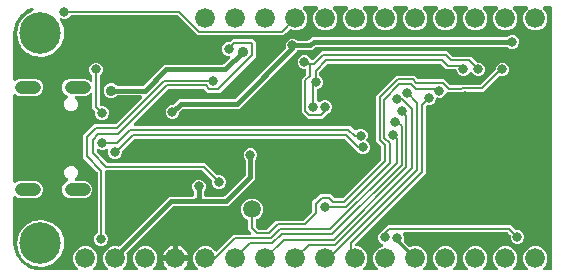
<source format=gbr>
G04 EAGLE Gerber RS-274X export*
G75*
%MOMM*%
%FSLAX34Y34*%
%LPD*%
%INBottom Copper*%
%IPPOS*%
%AMOC8*
5,1,8,0,0,1.08239X$1,22.5*%
G01*
%ADD10C,3.516000*%
%ADD11C,1.676400*%
%ADD12C,1.108000*%
%ADD13C,1.500000*%
%ADD14C,0.800100*%
%ADD15C,0.889000*%
%ADD16C,0.406400*%
%ADD17C,0.203200*%
%ADD18C,0.254000*%

G36*
X56363Y2558D02*
X56363Y2558D01*
X56502Y2571D01*
X56521Y2578D01*
X56541Y2581D01*
X56670Y2632D01*
X56801Y2679D01*
X56818Y2690D01*
X56837Y2698D01*
X56949Y2779D01*
X57064Y2857D01*
X57078Y2873D01*
X57094Y2884D01*
X57183Y2992D01*
X57275Y3096D01*
X57284Y3114D01*
X57297Y3129D01*
X57356Y3255D01*
X57419Y3379D01*
X57424Y3399D01*
X57432Y3417D01*
X57459Y3553D01*
X57489Y3689D01*
X57488Y3710D01*
X57492Y3729D01*
X57484Y3868D01*
X57479Y4007D01*
X57474Y4027D01*
X57473Y4047D01*
X57430Y4179D01*
X57391Y4313D01*
X57381Y4330D01*
X57374Y4349D01*
X57300Y4467D01*
X57229Y4587D01*
X57211Y4608D01*
X57204Y4618D01*
X57189Y4632D01*
X57123Y4707D01*
X54886Y6944D01*
X53339Y10679D01*
X53339Y14721D01*
X54886Y18456D01*
X57744Y21314D01*
X61479Y22861D01*
X65521Y22861D01*
X69256Y21314D01*
X72114Y18456D01*
X73661Y14721D01*
X73661Y10679D01*
X72114Y6944D01*
X69877Y4707D01*
X69792Y4598D01*
X69703Y4491D01*
X69694Y4472D01*
X69682Y4456D01*
X69627Y4328D01*
X69568Y4203D01*
X69564Y4183D01*
X69556Y4164D01*
X69534Y4026D01*
X69508Y3890D01*
X69509Y3870D01*
X69506Y3850D01*
X69519Y3711D01*
X69527Y3573D01*
X69534Y3554D01*
X69536Y3534D01*
X69583Y3402D01*
X69626Y3271D01*
X69636Y3253D01*
X69643Y3234D01*
X69721Y3119D01*
X69796Y3002D01*
X69810Y2988D01*
X69822Y2971D01*
X69926Y2879D01*
X70027Y2784D01*
X70045Y2774D01*
X70060Y2761D01*
X70184Y2697D01*
X70306Y2630D01*
X70325Y2625D01*
X70343Y2616D01*
X70479Y2586D01*
X70614Y2551D01*
X70642Y2549D01*
X70654Y2546D01*
X70674Y2547D01*
X70774Y2541D01*
X81626Y2541D01*
X81763Y2558D01*
X81902Y2571D01*
X81921Y2578D01*
X81941Y2581D01*
X82070Y2632D01*
X82201Y2679D01*
X82218Y2690D01*
X82237Y2698D01*
X82349Y2779D01*
X82464Y2857D01*
X82478Y2873D01*
X82494Y2884D01*
X82583Y2992D01*
X82675Y3096D01*
X82684Y3114D01*
X82697Y3129D01*
X82756Y3255D01*
X82819Y3379D01*
X82824Y3399D01*
X82832Y3417D01*
X82859Y3553D01*
X82889Y3689D01*
X82888Y3710D01*
X82892Y3729D01*
X82884Y3868D01*
X82879Y4007D01*
X82874Y4027D01*
X82873Y4047D01*
X82830Y4179D01*
X82791Y4313D01*
X82781Y4330D01*
X82774Y4349D01*
X82700Y4467D01*
X82629Y4587D01*
X82611Y4608D01*
X82604Y4618D01*
X82589Y4632D01*
X82523Y4707D01*
X80286Y6944D01*
X78739Y10679D01*
X78739Y14721D01*
X80286Y18456D01*
X83144Y21314D01*
X86879Y22861D01*
X90921Y22861D01*
X90930Y22857D01*
X90959Y22849D01*
X90985Y22836D01*
X91112Y22807D01*
X91237Y22773D01*
X91267Y22772D01*
X91295Y22766D01*
X91425Y22770D01*
X91555Y22768D01*
X91584Y22775D01*
X91613Y22776D01*
X91738Y22812D01*
X91864Y22842D01*
X91891Y22856D01*
X91919Y22864D01*
X92031Y22930D01*
X92146Y22991D01*
X92167Y23011D01*
X92193Y23026D01*
X92314Y23132D01*
X131454Y62272D01*
X134206Y65025D01*
X154001Y65025D01*
X154099Y65037D01*
X154198Y65040D01*
X154256Y65057D01*
X154316Y65065D01*
X154408Y65101D01*
X154504Y65129D01*
X154556Y65159D01*
X154612Y65182D01*
X154692Y65240D01*
X154778Y65290D01*
X154853Y65356D01*
X154869Y65368D01*
X154877Y65378D01*
X154898Y65397D01*
X154949Y65447D01*
X155009Y65525D01*
X155077Y65597D01*
X155106Y65651D01*
X155144Y65699D01*
X155183Y65789D01*
X155231Y65876D01*
X155246Y65935D01*
X155270Y65990D01*
X155285Y66088D01*
X155310Y66184D01*
X155316Y66284D01*
X155320Y66305D01*
X155318Y66317D01*
X155320Y66344D01*
X155320Y69026D01*
X155308Y69124D01*
X155305Y69223D01*
X155288Y69281D01*
X155280Y69341D01*
X155244Y69434D01*
X155216Y69529D01*
X155186Y69581D01*
X155163Y69637D01*
X155105Y69717D01*
X155055Y69803D01*
X154989Y69878D01*
X154977Y69894D01*
X154967Y69902D01*
X154949Y69923D01*
X154486Y70386D01*
X153606Y72510D01*
X153606Y74810D01*
X154486Y76934D01*
X156111Y78559D01*
X158235Y79439D01*
X160535Y79439D01*
X162659Y78559D01*
X164284Y76934D01*
X165164Y74810D01*
X165164Y72510D01*
X164284Y70386D01*
X163821Y69923D01*
X163761Y69845D01*
X163693Y69773D01*
X163664Y69720D01*
X163627Y69672D01*
X163587Y69581D01*
X163539Y69495D01*
X163524Y69436D01*
X163500Y69380D01*
X163485Y69282D01*
X163460Y69187D01*
X163454Y69087D01*
X163450Y69066D01*
X163452Y69054D01*
X163450Y69026D01*
X163450Y66294D01*
X163465Y66176D01*
X163472Y66057D01*
X163485Y66019D01*
X163490Y65978D01*
X163533Y65868D01*
X163570Y65755D01*
X163592Y65720D01*
X163607Y65683D01*
X163676Y65587D01*
X163740Y65486D01*
X163770Y65458D01*
X163793Y65425D01*
X163885Y65349D01*
X163972Y65268D01*
X164007Y65248D01*
X164038Y65223D01*
X164146Y65172D01*
X164250Y65114D01*
X164290Y65104D01*
X164326Y65087D01*
X164443Y65065D01*
X164558Y65035D01*
X164618Y65031D01*
X164638Y65027D01*
X164659Y65029D01*
X164719Y65025D01*
X180671Y65025D01*
X180769Y65037D01*
X180868Y65040D01*
X180926Y65057D01*
X180986Y65065D01*
X181078Y65101D01*
X181173Y65129D01*
X181225Y65159D01*
X181282Y65182D01*
X181362Y65240D01*
X181447Y65290D01*
X181523Y65356D01*
X181539Y65368D01*
X181547Y65378D01*
X181568Y65396D01*
X198764Y82592D01*
X198824Y82670D01*
X198892Y82742D01*
X198921Y82795D01*
X198958Y82843D01*
X198998Y82934D01*
X199046Y83021D01*
X199061Y83079D01*
X199085Y83135D01*
X199100Y83233D01*
X199125Y83329D01*
X199131Y83429D01*
X199135Y83449D01*
X199133Y83461D01*
X199135Y83489D01*
X199135Y95696D01*
X199123Y95794D01*
X199120Y95893D01*
X199103Y95951D01*
X199095Y96011D01*
X199059Y96104D01*
X199031Y96199D01*
X199001Y96251D01*
X198978Y96307D01*
X198920Y96387D01*
X198870Y96473D01*
X198804Y96548D01*
X198792Y96564D01*
X198782Y96572D01*
X198764Y96593D01*
X198301Y97056D01*
X197421Y99180D01*
X197421Y101480D01*
X198301Y103604D01*
X199926Y105229D01*
X202050Y106109D01*
X204350Y106109D01*
X206474Y105229D01*
X208099Y103604D01*
X208979Y101480D01*
X208979Y99180D01*
X208099Y97056D01*
X207636Y96593D01*
X207576Y96515D01*
X207508Y96443D01*
X207479Y96390D01*
X207442Y96342D01*
X207402Y96251D01*
X207354Y96165D01*
X207339Y96106D01*
X207315Y96050D01*
X207300Y95952D01*
X207275Y95857D01*
X207269Y95757D01*
X207265Y95736D01*
X207267Y95724D01*
X207265Y95696D01*
X207265Y79596D01*
X184564Y56895D01*
X138099Y56895D01*
X138001Y56883D01*
X137902Y56880D01*
X137844Y56863D01*
X137784Y56855D01*
X137692Y56819D01*
X137597Y56791D01*
X137544Y56761D01*
X137488Y56738D01*
X137408Y56680D01*
X137323Y56630D01*
X137247Y56564D01*
X137231Y56552D01*
X137223Y56542D01*
X137202Y56524D01*
X98588Y17910D01*
X98570Y17886D01*
X98547Y17867D01*
X98473Y17761D01*
X98393Y17658D01*
X98381Y17631D01*
X98364Y17607D01*
X98318Y17486D01*
X98267Y17367D01*
X98262Y17337D01*
X98252Y17310D01*
X98237Y17181D01*
X98217Y17052D01*
X98220Y17023D01*
X98216Y16994D01*
X98235Y16865D01*
X98247Y16736D01*
X98257Y16708D01*
X98261Y16679D01*
X98313Y16526D01*
X99061Y14721D01*
X99061Y10679D01*
X97514Y6944D01*
X95277Y4707D01*
X95192Y4598D01*
X95103Y4491D01*
X95094Y4472D01*
X95082Y4456D01*
X95027Y4328D01*
X94968Y4203D01*
X94964Y4183D01*
X94956Y4164D01*
X94934Y4026D01*
X94908Y3890D01*
X94909Y3870D01*
X94906Y3850D01*
X94919Y3711D01*
X94927Y3573D01*
X94934Y3554D01*
X94936Y3534D01*
X94983Y3402D01*
X95026Y3271D01*
X95036Y3253D01*
X95043Y3234D01*
X95121Y3119D01*
X95196Y3002D01*
X95210Y2988D01*
X95222Y2971D01*
X95326Y2879D01*
X95427Y2784D01*
X95445Y2774D01*
X95460Y2761D01*
X95584Y2697D01*
X95706Y2630D01*
X95725Y2625D01*
X95743Y2616D01*
X95879Y2586D01*
X96014Y2551D01*
X96042Y2549D01*
X96054Y2546D01*
X96074Y2547D01*
X96174Y2541D01*
X107026Y2541D01*
X107163Y2558D01*
X107302Y2571D01*
X107321Y2578D01*
X107341Y2581D01*
X107470Y2632D01*
X107601Y2679D01*
X107618Y2690D01*
X107637Y2698D01*
X107749Y2779D01*
X107864Y2857D01*
X107878Y2873D01*
X107894Y2884D01*
X107983Y2992D01*
X108075Y3096D01*
X108084Y3114D01*
X108097Y3129D01*
X108156Y3255D01*
X108219Y3379D01*
X108224Y3399D01*
X108232Y3417D01*
X108259Y3553D01*
X108289Y3689D01*
X108288Y3710D01*
X108292Y3729D01*
X108284Y3868D01*
X108279Y4007D01*
X108274Y4027D01*
X108273Y4047D01*
X108230Y4179D01*
X108191Y4313D01*
X108181Y4330D01*
X108174Y4349D01*
X108100Y4467D01*
X108029Y4587D01*
X108011Y4608D01*
X108004Y4618D01*
X107989Y4632D01*
X107923Y4707D01*
X105686Y6944D01*
X104139Y10679D01*
X104139Y14721D01*
X105686Y18456D01*
X108544Y21314D01*
X112279Y22861D01*
X116321Y22861D01*
X120056Y21314D01*
X122914Y18456D01*
X124461Y14721D01*
X124461Y10679D01*
X122914Y6944D01*
X120677Y4707D01*
X120592Y4598D01*
X120503Y4491D01*
X120494Y4472D01*
X120482Y4456D01*
X120427Y4328D01*
X120368Y4203D01*
X120364Y4183D01*
X120356Y4164D01*
X120334Y4026D01*
X120308Y3890D01*
X120309Y3870D01*
X120306Y3850D01*
X120319Y3711D01*
X120327Y3573D01*
X120334Y3554D01*
X120336Y3534D01*
X120383Y3402D01*
X120426Y3271D01*
X120436Y3253D01*
X120443Y3234D01*
X120521Y3119D01*
X120596Y3002D01*
X120610Y2988D01*
X120622Y2971D01*
X120726Y2879D01*
X120827Y2784D01*
X120845Y2774D01*
X120860Y2761D01*
X120984Y2697D01*
X121106Y2630D01*
X121125Y2625D01*
X121143Y2616D01*
X121279Y2586D01*
X121414Y2551D01*
X121442Y2549D01*
X121454Y2546D01*
X121474Y2547D01*
X121574Y2541D01*
X131348Y2541D01*
X131486Y2558D01*
X131624Y2571D01*
X131643Y2578D01*
X131664Y2581D01*
X131793Y2632D01*
X131924Y2679D01*
X131940Y2690D01*
X131959Y2698D01*
X132071Y2779D01*
X132187Y2857D01*
X132200Y2873D01*
X132217Y2884D01*
X132305Y2992D01*
X132397Y3096D01*
X132406Y3114D01*
X132419Y3129D01*
X132479Y3255D01*
X132542Y3379D01*
X132546Y3399D01*
X132555Y3417D01*
X132581Y3554D01*
X132611Y3689D01*
X132611Y3710D01*
X132615Y3729D01*
X132606Y3868D01*
X132602Y4007D01*
X132596Y4027D01*
X132595Y4047D01*
X132552Y4179D01*
X132513Y4313D01*
X132503Y4330D01*
X132497Y4349D01*
X132423Y4467D01*
X132352Y4587D01*
X132333Y4608D01*
X132327Y4618D01*
X132312Y4632D01*
X132245Y4707D01*
X131369Y5584D01*
X130358Y6975D01*
X129577Y8507D01*
X129046Y10142D01*
X129037Y10201D01*
X138470Y10201D01*
X138588Y10216D01*
X138707Y10223D01*
X138745Y10235D01*
X138785Y10241D01*
X138896Y10284D01*
X139009Y10321D01*
X139043Y10343D01*
X139081Y10358D01*
X139177Y10427D01*
X139278Y10491D01*
X139306Y10521D01*
X139338Y10544D01*
X139414Y10636D01*
X139496Y10723D01*
X139515Y10758D01*
X139541Y10789D01*
X139592Y10897D01*
X139649Y11001D01*
X139659Y11041D01*
X139677Y11077D01*
X139697Y11184D01*
X139701Y11154D01*
X139745Y11044D01*
X139781Y10931D01*
X139803Y10896D01*
X139818Y10859D01*
X139888Y10762D01*
X139951Y10662D01*
X139981Y10634D01*
X140005Y10601D01*
X140096Y10525D01*
X140183Y10444D01*
X140218Y10424D01*
X140250Y10399D01*
X140357Y10348D01*
X140462Y10290D01*
X140501Y10280D01*
X140537Y10263D01*
X140654Y10241D01*
X140770Y10211D01*
X140830Y10207D01*
X140850Y10203D01*
X140870Y10205D01*
X140930Y10201D01*
X150363Y10201D01*
X150354Y10142D01*
X149823Y8507D01*
X149042Y6975D01*
X148031Y5584D01*
X147155Y4707D01*
X147070Y4598D01*
X146981Y4491D01*
X146972Y4472D01*
X146960Y4456D01*
X146904Y4328D01*
X146845Y4203D01*
X146841Y4183D01*
X146833Y4164D01*
X146811Y4026D01*
X146785Y3890D01*
X146787Y3870D01*
X146783Y3850D01*
X146796Y3711D01*
X146805Y3573D01*
X146811Y3554D01*
X146813Y3534D01*
X146860Y3402D01*
X146903Y3271D01*
X146914Y3253D01*
X146921Y3234D01*
X146999Y3119D01*
X147073Y3002D01*
X147088Y2988D01*
X147099Y2971D01*
X147203Y2879D01*
X147305Y2784D01*
X147323Y2774D01*
X147338Y2761D01*
X147462Y2698D01*
X147583Y2630D01*
X147603Y2625D01*
X147621Y2616D01*
X147757Y2586D01*
X147891Y2551D01*
X147919Y2549D01*
X147931Y2546D01*
X147952Y2547D01*
X148052Y2541D01*
X157826Y2541D01*
X157963Y2558D01*
X158102Y2571D01*
X158121Y2578D01*
X158141Y2581D01*
X158270Y2632D01*
X158401Y2679D01*
X158418Y2690D01*
X158437Y2698D01*
X158549Y2779D01*
X158664Y2857D01*
X158678Y2873D01*
X158694Y2884D01*
X158783Y2992D01*
X158875Y3096D01*
X158884Y3114D01*
X158897Y3129D01*
X158956Y3255D01*
X159019Y3379D01*
X159024Y3399D01*
X159032Y3417D01*
X159059Y3553D01*
X159089Y3689D01*
X159088Y3710D01*
X159092Y3729D01*
X159084Y3868D01*
X159079Y4007D01*
X159074Y4027D01*
X159073Y4047D01*
X159030Y4179D01*
X158991Y4313D01*
X158981Y4330D01*
X158974Y4349D01*
X158900Y4467D01*
X158829Y4587D01*
X158811Y4608D01*
X158804Y4618D01*
X158789Y4632D01*
X158723Y4707D01*
X156486Y6944D01*
X154939Y10679D01*
X154939Y14721D01*
X156486Y18456D01*
X159344Y21314D01*
X163079Y22861D01*
X167121Y22861D01*
X170856Y21314D01*
X173436Y18734D01*
X173530Y18661D01*
X173619Y18582D01*
X173655Y18564D01*
X173687Y18539D01*
X173796Y18492D01*
X173902Y18438D01*
X173941Y18429D01*
X173979Y18413D01*
X174096Y18394D01*
X174212Y18368D01*
X174253Y18369D01*
X174293Y18363D01*
X174411Y18374D01*
X174530Y18378D01*
X174569Y18389D01*
X174609Y18393D01*
X174722Y18433D01*
X174836Y18466D01*
X174871Y18486D01*
X174909Y18500D01*
X175007Y18567D01*
X175110Y18628D01*
X175155Y18667D01*
X175172Y18679D01*
X175185Y18694D01*
X175231Y18734D01*
X189263Y32767D01*
X202554Y32767D01*
X202692Y32784D01*
X202831Y32797D01*
X202850Y32804D01*
X202870Y32807D01*
X202999Y32858D01*
X203130Y32905D01*
X203147Y32916D01*
X203166Y32924D01*
X203278Y33005D01*
X203393Y33083D01*
X203407Y33099D01*
X203423Y33110D01*
X203512Y33218D01*
X203604Y33322D01*
X203613Y33340D01*
X203626Y33355D01*
X203685Y33481D01*
X203748Y33605D01*
X203753Y33625D01*
X203761Y33643D01*
X203787Y33779D01*
X203818Y33915D01*
X203817Y33936D01*
X203821Y33955D01*
X203813Y34094D01*
X203808Y34233D01*
X203803Y34253D01*
X203801Y34273D01*
X203759Y34405D01*
X203720Y34539D01*
X203710Y34556D01*
X203703Y34575D01*
X203629Y34693D01*
X203558Y34813D01*
X203540Y34834D01*
X203533Y34844D01*
X203518Y34858D01*
X203452Y34933D01*
X201421Y36964D01*
X201421Y44474D01*
X201418Y44503D01*
X201420Y44532D01*
X201400Y44647D01*
X201399Y44663D01*
X201396Y44671D01*
X201381Y44789D01*
X201371Y44816D01*
X201366Y44846D01*
X201312Y44964D01*
X201264Y45085D01*
X201247Y45109D01*
X201235Y45136D01*
X201154Y45237D01*
X201078Y45342D01*
X201055Y45361D01*
X201036Y45384D01*
X200933Y45462D01*
X200833Y45545D01*
X200806Y45557D01*
X200782Y45575D01*
X200638Y45646D01*
X199214Y46236D01*
X196604Y48846D01*
X195191Y52256D01*
X195191Y55948D01*
X196604Y59358D01*
X199214Y61968D01*
X202624Y63381D01*
X206316Y63381D01*
X209726Y61968D01*
X212336Y59358D01*
X213749Y55948D01*
X213749Y52256D01*
X212336Y48846D01*
X209726Y46236D01*
X208302Y45646D01*
X208277Y45632D01*
X208249Y45622D01*
X208139Y45553D01*
X208026Y45489D01*
X208005Y45468D01*
X207980Y45452D01*
X207891Y45358D01*
X207798Y45267D01*
X207782Y45242D01*
X207762Y45221D01*
X207699Y45107D01*
X207631Y44996D01*
X207623Y44968D01*
X207608Y44942D01*
X207576Y44816D01*
X207538Y44692D01*
X207536Y44663D01*
X207529Y44634D01*
X207519Y44474D01*
X207519Y40016D01*
X207531Y39917D01*
X207534Y39818D01*
X207551Y39760D01*
X207559Y39700D01*
X207595Y39608D01*
X207623Y39513D01*
X207653Y39461D01*
X207676Y39404D01*
X207734Y39324D01*
X207784Y39239D01*
X207850Y39164D01*
X207862Y39147D01*
X207872Y39139D01*
X207890Y39118D01*
X209806Y37202D01*
X209884Y37142D01*
X209956Y37074D01*
X210009Y37045D01*
X210057Y37008D01*
X210148Y36968D01*
X210235Y36920D01*
X210294Y36905D01*
X210349Y36881D01*
X210447Y36866D01*
X210543Y36841D01*
X210643Y36835D01*
X210663Y36831D01*
X210676Y36833D01*
X210704Y36831D01*
X216714Y36831D01*
X216812Y36843D01*
X216911Y36846D01*
X216969Y36863D01*
X217029Y36871D01*
X217121Y36907D01*
X217216Y36935D01*
X217269Y36965D01*
X217325Y36988D01*
X217405Y37046D01*
X217490Y37096D01*
X217566Y37162D01*
X217582Y37174D01*
X217590Y37184D01*
X217611Y37202D01*
X224859Y44451D01*
X247258Y44451D01*
X247357Y44463D01*
X247456Y44466D01*
X247514Y44483D01*
X247574Y44491D01*
X247666Y44527D01*
X247761Y44555D01*
X247813Y44585D01*
X247870Y44608D01*
X247950Y44666D01*
X248035Y44716D01*
X248111Y44782D01*
X248127Y44794D01*
X248135Y44804D01*
X248156Y44822D01*
X255025Y51691D01*
X255085Y51769D01*
X255153Y51841D01*
X255182Y51894D01*
X255219Y51942D01*
X255259Y52033D01*
X255307Y52120D01*
X255322Y52178D01*
X255346Y52234D01*
X255361Y52332D01*
X255386Y52428D01*
X255392Y52528D01*
X255396Y52548D01*
X255394Y52561D01*
X255396Y52589D01*
X255396Y60953D01*
X257182Y62739D01*
X257726Y62739D01*
X257824Y62751D01*
X257923Y62754D01*
X257981Y62771D01*
X258041Y62779D01*
X258133Y62815D01*
X258229Y62843D01*
X258281Y62873D01*
X258337Y62896D01*
X258417Y62954D01*
X258503Y63004D01*
X258578Y63070D01*
X258594Y63082D01*
X258602Y63092D01*
X258623Y63110D01*
X262403Y66890D01*
X270997Y66890D01*
X273888Y63999D01*
X273966Y63939D01*
X274038Y63871D01*
X274091Y63842D01*
X274139Y63805D01*
X274230Y63765D01*
X274317Y63717D01*
X274375Y63702D01*
X274431Y63678D01*
X274529Y63663D01*
X274624Y63638D01*
X274724Y63632D01*
X274745Y63628D01*
X274757Y63630D01*
X274785Y63628D01*
X280911Y63628D01*
X281009Y63640D01*
X281108Y63643D01*
X281166Y63660D01*
X281226Y63668D01*
X281319Y63704D01*
X281414Y63732D01*
X281466Y63762D01*
X281522Y63785D01*
X281602Y63843D01*
X281688Y63893D01*
X281763Y63959D01*
X281779Y63971D01*
X281787Y63981D01*
X281808Y63999D01*
X313459Y95651D01*
X313520Y95729D01*
X313588Y95801D01*
X313617Y95854D01*
X313654Y95902D01*
X313694Y95993D01*
X313742Y96079D01*
X313757Y96138D01*
X313781Y96194D01*
X313796Y96292D01*
X313821Y96387D01*
X313827Y96487D01*
X313831Y96508D01*
X313829Y96520D01*
X313831Y96548D01*
X313831Y106542D01*
X313819Y106640D01*
X313816Y106739D01*
X313799Y106797D01*
X313791Y106857D01*
X313755Y106949D01*
X313727Y107044D01*
X313697Y107096D01*
X313674Y107153D01*
X313616Y107233D01*
X313566Y107318D01*
X313499Y107394D01*
X313487Y107410D01*
X313478Y107418D01*
X313459Y107439D01*
X311609Y109290D01*
X309451Y111447D01*
X309451Y150535D01*
X326430Y167514D01*
X342047Y167514D01*
X344649Y164912D01*
X344727Y164851D01*
X344799Y164783D01*
X344852Y164754D01*
X344900Y164717D01*
X344991Y164677D01*
X345078Y164629D01*
X345136Y164614D01*
X345192Y164590D01*
X345290Y164575D01*
X345386Y164550D01*
X345486Y164544D01*
X345506Y164540D01*
X345518Y164542D01*
X345546Y164540D01*
X367297Y164540D01*
X372207Y159630D01*
X372285Y159570D01*
X372357Y159502D01*
X372410Y159473D01*
X372458Y159436D01*
X372549Y159396D01*
X372635Y159348D01*
X372694Y159333D01*
X372750Y159309D01*
X372848Y159294D01*
X372943Y159269D01*
X373043Y159263D01*
X373064Y159259D01*
X373076Y159261D01*
X373104Y159259D01*
X379763Y159259D01*
X379861Y159271D01*
X379960Y159274D01*
X380018Y159291D01*
X380078Y159299D01*
X380170Y159335D01*
X380265Y159363D01*
X380317Y159393D01*
X380374Y159416D01*
X380454Y159474D01*
X380539Y159524D01*
X380615Y159590D01*
X380631Y159602D01*
X380639Y159612D01*
X380660Y159630D01*
X380733Y159703D01*
X397436Y159703D01*
X397534Y159716D01*
X397633Y159719D01*
X397691Y159735D01*
X397751Y159743D01*
X397844Y159780D01*
X397939Y159807D01*
X397991Y159838D01*
X398047Y159860D01*
X398127Y159918D01*
X398213Y159969D01*
X398288Y160035D01*
X398304Y160047D01*
X398312Y160056D01*
X398333Y160075D01*
X410409Y172151D01*
X410470Y172229D01*
X410538Y172301D01*
X410567Y172354D01*
X410604Y172402D01*
X410643Y172493D01*
X410691Y172579D01*
X410706Y172638D01*
X410730Y172694D01*
X410746Y172792D01*
X410771Y172887D01*
X410777Y172987D01*
X410780Y173008D01*
X410779Y173020D01*
X410781Y173048D01*
X410781Y173870D01*
X411661Y175994D01*
X413286Y177619D01*
X415410Y178499D01*
X417710Y178499D01*
X419834Y177619D01*
X421459Y175994D01*
X422339Y173870D01*
X422339Y171570D01*
X421459Y169446D01*
X419834Y167821D01*
X417710Y166941D01*
X415410Y166941D01*
X415071Y167081D01*
X415043Y167089D01*
X415016Y167103D01*
X414889Y167131D01*
X414764Y167165D01*
X414735Y167166D01*
X414706Y167172D01*
X414576Y167168D01*
X414446Y167170D01*
X414418Y167163D01*
X414388Y167163D01*
X414263Y167127D01*
X414137Y167096D01*
X414111Y167082D01*
X414083Y167074D01*
X413971Y167008D01*
X413856Y166947D01*
X413834Y166928D01*
X413809Y166913D01*
X413688Y166806D01*
X400487Y153606D01*
X383784Y153606D01*
X383686Y153593D01*
X383587Y153590D01*
X383529Y153574D01*
X383469Y153566D01*
X383377Y153529D01*
X383281Y153502D01*
X383229Y153471D01*
X383173Y153449D01*
X383093Y153391D01*
X383008Y153340D01*
X382932Y153274D01*
X382916Y153262D01*
X382908Y153253D01*
X382887Y153234D01*
X382814Y153161D01*
X369688Y153161D01*
X369658Y153158D01*
X369629Y153160D01*
X369501Y153138D01*
X369372Y153121D01*
X369345Y153111D01*
X369315Y153106D01*
X369197Y153052D01*
X369076Y153004D01*
X369052Y152987D01*
X369026Y152975D01*
X368924Y152894D01*
X368819Y152818D01*
X368800Y152795D01*
X368777Y152776D01*
X368699Y152673D01*
X368616Y152573D01*
X368604Y152546D01*
X368586Y152522D01*
X368515Y152378D01*
X368119Y151423D01*
X366494Y149797D01*
X364370Y148917D01*
X362070Y148917D01*
X361873Y148999D01*
X361825Y149012D01*
X361780Y149034D01*
X361672Y149054D01*
X361566Y149083D01*
X361516Y149084D01*
X361467Y149093D01*
X361358Y149086D01*
X361248Y149088D01*
X361200Y149077D01*
X361150Y149074D01*
X361046Y149040D01*
X360939Y149014D01*
X360895Y148991D01*
X360848Y148976D01*
X360755Y148917D01*
X360658Y148865D01*
X360621Y148832D01*
X360579Y148805D01*
X360504Y148725D01*
X360422Y148651D01*
X360395Y148610D01*
X360361Y148574D01*
X360308Y148477D01*
X360248Y148386D01*
X360231Y148339D01*
X360207Y148295D01*
X360180Y148189D01*
X360144Y148085D01*
X360140Y148035D01*
X360128Y147987D01*
X360118Y147827D01*
X360118Y147534D01*
X359238Y145410D01*
X357612Y143784D01*
X355488Y142904D01*
X353397Y142904D01*
X353298Y142892D01*
X353199Y142889D01*
X353141Y142872D01*
X353081Y142864D01*
X352989Y142828D01*
X352894Y142800D01*
X352842Y142770D01*
X352785Y142747D01*
X352705Y142689D01*
X352620Y142639D01*
X352545Y142573D01*
X352528Y142561D01*
X352520Y142551D01*
X352499Y142533D01*
X352042Y142075D01*
X351981Y141997D01*
X351913Y141925D01*
X351884Y141872D01*
X351847Y141824D01*
X351808Y141733D01*
X351760Y141647D01*
X351745Y141588D01*
X351721Y141532D01*
X351705Y141434D01*
X351680Y141339D01*
X351674Y141239D01*
X351671Y141218D01*
X351672Y141206D01*
X351670Y141178D01*
X351670Y85007D01*
X291710Y25047D01*
X291650Y24969D01*
X291582Y24896D01*
X291553Y24843D01*
X291516Y24796D01*
X291476Y24705D01*
X291428Y24618D01*
X291413Y24559D01*
X291389Y24504D01*
X291374Y24406D01*
X291349Y24310D01*
X291343Y24221D01*
X291341Y24210D01*
X291342Y24204D01*
X291339Y24190D01*
X291341Y24177D01*
X291339Y24149D01*
X291339Y24130D01*
X291354Y24012D01*
X291361Y23893D01*
X291374Y23855D01*
X291379Y23814D01*
X291422Y23703D01*
X291459Y23591D01*
X291481Y23556D01*
X291496Y23519D01*
X291565Y23423D01*
X291629Y23322D01*
X291659Y23294D01*
X291682Y23261D01*
X291774Y23185D01*
X291861Y23104D01*
X291896Y23084D01*
X291927Y23059D01*
X292035Y23008D01*
X292139Y22950D01*
X292179Y22940D01*
X292215Y22923D01*
X292332Y22901D01*
X292447Y22871D01*
X292507Y22867D01*
X292527Y22863D01*
X292548Y22865D01*
X292608Y22861D01*
X294121Y22861D01*
X297856Y21314D01*
X300714Y18456D01*
X302261Y14721D01*
X302261Y10679D01*
X300714Y6944D01*
X298477Y4707D01*
X298392Y4598D01*
X298303Y4491D01*
X298294Y4472D01*
X298282Y4456D01*
X298227Y4328D01*
X298168Y4203D01*
X298164Y4183D01*
X298156Y4164D01*
X298134Y4026D01*
X298108Y3890D01*
X298109Y3870D01*
X298106Y3850D01*
X298119Y3711D01*
X298127Y3573D01*
X298134Y3554D01*
X298136Y3534D01*
X298183Y3402D01*
X298226Y3271D01*
X298236Y3253D01*
X298243Y3234D01*
X298321Y3119D01*
X298396Y3002D01*
X298410Y2988D01*
X298422Y2971D01*
X298526Y2879D01*
X298627Y2784D01*
X298645Y2774D01*
X298660Y2761D01*
X298784Y2697D01*
X298906Y2630D01*
X298925Y2625D01*
X298943Y2616D01*
X299079Y2586D01*
X299214Y2551D01*
X299242Y2549D01*
X299254Y2546D01*
X299274Y2547D01*
X299374Y2541D01*
X310226Y2541D01*
X310363Y2558D01*
X310502Y2571D01*
X310521Y2578D01*
X310541Y2581D01*
X310670Y2632D01*
X310801Y2679D01*
X310818Y2690D01*
X310837Y2698D01*
X310949Y2779D01*
X311064Y2857D01*
X311078Y2873D01*
X311094Y2884D01*
X311183Y2992D01*
X311275Y3096D01*
X311284Y3114D01*
X311297Y3129D01*
X311356Y3255D01*
X311419Y3379D01*
X311424Y3399D01*
X311432Y3417D01*
X311459Y3553D01*
X311489Y3689D01*
X311488Y3710D01*
X311492Y3729D01*
X311484Y3868D01*
X311479Y4007D01*
X311474Y4027D01*
X311473Y4047D01*
X311430Y4179D01*
X311391Y4313D01*
X311381Y4330D01*
X311374Y4349D01*
X311300Y4467D01*
X311229Y4587D01*
X311211Y4608D01*
X311204Y4618D01*
X311189Y4632D01*
X311123Y4707D01*
X308886Y6944D01*
X307339Y10679D01*
X307339Y14721D01*
X308886Y18456D01*
X311744Y21314D01*
X314964Y22647D01*
X315084Y22716D01*
X315208Y22781D01*
X315223Y22795D01*
X315240Y22805D01*
X315340Y22902D01*
X315443Y22995D01*
X315454Y23012D01*
X315468Y23026D01*
X315541Y23145D01*
X315618Y23261D01*
X315624Y23280D01*
X315635Y23297D01*
X315676Y23430D01*
X315721Y23562D01*
X315722Y23582D01*
X315728Y23601D01*
X315735Y23740D01*
X315746Y23879D01*
X315743Y23899D01*
X315743Y23919D01*
X315715Y24055D01*
X315692Y24192D01*
X315683Y24211D01*
X315679Y24230D01*
X315618Y24356D01*
X315561Y24482D01*
X315548Y24498D01*
X315539Y24516D01*
X315449Y24622D01*
X315362Y24730D01*
X315346Y24743D01*
X315333Y24758D01*
X315219Y24838D01*
X315108Y24922D01*
X315083Y24934D01*
X315073Y24941D01*
X315054Y24948D01*
X314964Y24993D01*
X313544Y25581D01*
X311919Y27206D01*
X311039Y29330D01*
X311039Y31630D01*
X311919Y33754D01*
X313544Y35379D01*
X314221Y35660D01*
X314229Y35664D01*
X314238Y35667D01*
X314285Y35695D01*
X314294Y35698D01*
X314306Y35707D01*
X314367Y35743D01*
X314497Y35817D01*
X314504Y35824D01*
X314512Y35828D01*
X314633Y35935D01*
X319553Y40855D01*
X423411Y40855D01*
X427421Y36845D01*
X427499Y36784D01*
X427571Y36716D01*
X427624Y36687D01*
X427672Y36650D01*
X427763Y36611D01*
X427849Y36563D01*
X427908Y36548D01*
X427964Y36524D01*
X428062Y36508D01*
X428157Y36483D01*
X428257Y36477D01*
X428278Y36474D01*
X428290Y36475D01*
X428318Y36473D01*
X430410Y36473D01*
X432534Y35593D01*
X434159Y33968D01*
X435039Y31844D01*
X435039Y29544D01*
X434159Y27420D01*
X432534Y25795D01*
X430410Y24915D01*
X428110Y24915D01*
X425986Y25795D01*
X424361Y27420D01*
X423481Y29544D01*
X423481Y31636D01*
X423468Y31734D01*
X423465Y31833D01*
X423449Y31891D01*
X423441Y31951D01*
X423404Y32044D01*
X423377Y32139D01*
X423346Y32191D01*
X423324Y32247D01*
X423266Y32327D01*
X423215Y32413D01*
X423149Y32488D01*
X423137Y32504D01*
X423128Y32512D01*
X423109Y32533D01*
X421257Y34386D01*
X421179Y34446D01*
X421107Y34514D01*
X421054Y34543D01*
X421006Y34580D01*
X420915Y34620D01*
X420828Y34668D01*
X420769Y34683D01*
X420714Y34707D01*
X420616Y34722D01*
X420520Y34747D01*
X420420Y34753D01*
X420400Y34757D01*
X420387Y34755D01*
X420359Y34757D01*
X333780Y34757D01*
X333731Y34751D01*
X333681Y34753D01*
X333574Y34731D01*
X333465Y34717D01*
X333418Y34699D01*
X333370Y34689D01*
X333271Y34641D01*
X333169Y34600D01*
X333129Y34571D01*
X333084Y34549D01*
X333001Y34478D01*
X332912Y34414D01*
X332880Y34375D01*
X332842Y34343D01*
X332779Y34253D01*
X332709Y34169D01*
X332688Y34124D01*
X332659Y34083D01*
X332620Y33980D01*
X332573Y33881D01*
X332564Y33832D01*
X332546Y33786D01*
X332534Y33676D01*
X332514Y33569D01*
X332517Y33519D01*
X332511Y33470D01*
X332526Y33361D01*
X332533Y33251D01*
X332549Y33204D01*
X332556Y33155D01*
X332608Y33002D01*
X333439Y30995D01*
X333439Y28695D01*
X333218Y28161D01*
X333210Y28133D01*
X333197Y28106D01*
X333168Y27980D01*
X333134Y27854D01*
X333133Y27825D01*
X333127Y27796D01*
X333131Y27666D01*
X333129Y27536D01*
X333136Y27508D01*
X333137Y27478D01*
X333173Y27353D01*
X333203Y27227D01*
X333217Y27201D01*
X333225Y27173D01*
X333291Y27061D01*
X333352Y26946D01*
X333372Y26924D01*
X333387Y26899D01*
X333493Y26778D01*
X337826Y22444D01*
X337850Y22426D01*
X337869Y22404D01*
X337975Y22329D01*
X338078Y22249D01*
X338105Y22238D01*
X338129Y22221D01*
X338250Y22175D01*
X338369Y22123D01*
X338399Y22118D01*
X338426Y22108D01*
X338555Y22094D01*
X338684Y22073D01*
X338713Y22076D01*
X338742Y22073D01*
X338871Y22091D01*
X339000Y22103D01*
X339028Y22113D01*
X339057Y22117D01*
X339210Y22169D01*
X340879Y22861D01*
X344921Y22861D01*
X348656Y21314D01*
X351514Y18456D01*
X353061Y14721D01*
X353061Y10679D01*
X351514Y6944D01*
X349277Y4707D01*
X349192Y4598D01*
X349103Y4491D01*
X349094Y4472D01*
X349082Y4456D01*
X349027Y4328D01*
X348968Y4203D01*
X348964Y4183D01*
X348956Y4164D01*
X348934Y4026D01*
X348908Y3890D01*
X348909Y3870D01*
X348906Y3850D01*
X348919Y3711D01*
X348927Y3573D01*
X348934Y3554D01*
X348936Y3534D01*
X348983Y3402D01*
X349026Y3271D01*
X349036Y3253D01*
X349043Y3234D01*
X349121Y3119D01*
X349196Y3002D01*
X349210Y2988D01*
X349222Y2971D01*
X349326Y2879D01*
X349427Y2784D01*
X349445Y2774D01*
X349460Y2761D01*
X349584Y2697D01*
X349706Y2630D01*
X349725Y2625D01*
X349743Y2616D01*
X349879Y2586D01*
X350014Y2551D01*
X350042Y2549D01*
X350054Y2546D01*
X350074Y2547D01*
X350174Y2541D01*
X361026Y2541D01*
X361163Y2558D01*
X361302Y2571D01*
X361321Y2578D01*
X361341Y2581D01*
X361470Y2632D01*
X361601Y2679D01*
X361618Y2690D01*
X361637Y2698D01*
X361749Y2779D01*
X361864Y2857D01*
X361878Y2873D01*
X361894Y2884D01*
X361983Y2992D01*
X362075Y3096D01*
X362084Y3114D01*
X362097Y3129D01*
X362156Y3255D01*
X362219Y3379D01*
X362224Y3399D01*
X362232Y3417D01*
X362259Y3553D01*
X362289Y3689D01*
X362288Y3710D01*
X362292Y3729D01*
X362284Y3868D01*
X362279Y4007D01*
X362274Y4027D01*
X362273Y4047D01*
X362230Y4179D01*
X362191Y4313D01*
X362181Y4330D01*
X362174Y4349D01*
X362100Y4467D01*
X362029Y4587D01*
X362011Y4608D01*
X362004Y4618D01*
X361989Y4632D01*
X361923Y4707D01*
X359686Y6944D01*
X358139Y10679D01*
X358139Y14721D01*
X359686Y18456D01*
X362544Y21314D01*
X366279Y22861D01*
X370321Y22861D01*
X374056Y21314D01*
X376914Y18456D01*
X378461Y14721D01*
X378461Y10679D01*
X376914Y6944D01*
X374677Y4707D01*
X374592Y4598D01*
X374503Y4491D01*
X374494Y4472D01*
X374482Y4456D01*
X374427Y4328D01*
X374368Y4203D01*
X374364Y4183D01*
X374356Y4164D01*
X374334Y4026D01*
X374308Y3890D01*
X374309Y3870D01*
X374306Y3850D01*
X374319Y3711D01*
X374327Y3573D01*
X374334Y3554D01*
X374336Y3534D01*
X374383Y3402D01*
X374426Y3271D01*
X374436Y3253D01*
X374443Y3234D01*
X374521Y3119D01*
X374596Y3002D01*
X374610Y2988D01*
X374622Y2971D01*
X374726Y2879D01*
X374827Y2784D01*
X374845Y2774D01*
X374860Y2761D01*
X374984Y2697D01*
X375106Y2630D01*
X375125Y2625D01*
X375143Y2616D01*
X375279Y2586D01*
X375414Y2551D01*
X375442Y2549D01*
X375454Y2546D01*
X375474Y2547D01*
X375574Y2541D01*
X386426Y2541D01*
X386563Y2558D01*
X386702Y2571D01*
X386721Y2578D01*
X386741Y2581D01*
X386870Y2632D01*
X387001Y2679D01*
X387018Y2690D01*
X387037Y2698D01*
X387149Y2779D01*
X387264Y2857D01*
X387278Y2873D01*
X387294Y2884D01*
X387383Y2992D01*
X387475Y3096D01*
X387484Y3114D01*
X387497Y3129D01*
X387556Y3255D01*
X387619Y3379D01*
X387624Y3399D01*
X387632Y3417D01*
X387659Y3553D01*
X387689Y3689D01*
X387688Y3710D01*
X387692Y3729D01*
X387684Y3868D01*
X387679Y4007D01*
X387674Y4027D01*
X387673Y4047D01*
X387630Y4179D01*
X387591Y4313D01*
X387581Y4330D01*
X387574Y4349D01*
X387500Y4467D01*
X387429Y4587D01*
X387411Y4608D01*
X387404Y4618D01*
X387389Y4632D01*
X387323Y4707D01*
X385086Y6944D01*
X383539Y10679D01*
X383539Y14721D01*
X385086Y18456D01*
X387944Y21314D01*
X391679Y22861D01*
X395721Y22861D01*
X399456Y21314D01*
X402314Y18456D01*
X403861Y14721D01*
X403861Y10679D01*
X402314Y6944D01*
X400077Y4707D01*
X399992Y4598D01*
X399903Y4491D01*
X399894Y4472D01*
X399882Y4456D01*
X399827Y4328D01*
X399768Y4203D01*
X399764Y4183D01*
X399756Y4164D01*
X399734Y4026D01*
X399708Y3890D01*
X399709Y3870D01*
X399706Y3850D01*
X399719Y3711D01*
X399727Y3573D01*
X399734Y3554D01*
X399736Y3534D01*
X399783Y3402D01*
X399826Y3271D01*
X399836Y3253D01*
X399843Y3234D01*
X399921Y3119D01*
X399996Y3002D01*
X400010Y2988D01*
X400022Y2971D01*
X400126Y2879D01*
X400227Y2784D01*
X400245Y2774D01*
X400260Y2761D01*
X400384Y2697D01*
X400506Y2630D01*
X400525Y2625D01*
X400543Y2616D01*
X400679Y2586D01*
X400814Y2551D01*
X400842Y2549D01*
X400854Y2546D01*
X400874Y2547D01*
X400974Y2541D01*
X411826Y2541D01*
X411963Y2558D01*
X412102Y2571D01*
X412121Y2578D01*
X412141Y2581D01*
X412270Y2632D01*
X412401Y2679D01*
X412418Y2690D01*
X412437Y2698D01*
X412549Y2779D01*
X412664Y2857D01*
X412678Y2873D01*
X412694Y2884D01*
X412783Y2992D01*
X412875Y3096D01*
X412884Y3114D01*
X412897Y3129D01*
X412956Y3255D01*
X413019Y3379D01*
X413024Y3399D01*
X413032Y3417D01*
X413059Y3553D01*
X413089Y3689D01*
X413088Y3710D01*
X413092Y3729D01*
X413084Y3868D01*
X413079Y4007D01*
X413074Y4027D01*
X413073Y4047D01*
X413030Y4179D01*
X412991Y4313D01*
X412981Y4330D01*
X412974Y4349D01*
X412900Y4467D01*
X412829Y4587D01*
X412811Y4608D01*
X412804Y4618D01*
X412789Y4632D01*
X412723Y4707D01*
X410486Y6944D01*
X408939Y10679D01*
X408939Y14721D01*
X410486Y18456D01*
X413344Y21314D01*
X417079Y22861D01*
X421121Y22861D01*
X424856Y21314D01*
X427714Y18456D01*
X429261Y14721D01*
X429261Y10679D01*
X427714Y6944D01*
X425477Y4707D01*
X425392Y4598D01*
X425303Y4491D01*
X425294Y4472D01*
X425282Y4456D01*
X425227Y4328D01*
X425168Y4203D01*
X425164Y4183D01*
X425156Y4164D01*
X425134Y4026D01*
X425108Y3890D01*
X425109Y3870D01*
X425106Y3850D01*
X425119Y3711D01*
X425127Y3573D01*
X425134Y3554D01*
X425136Y3534D01*
X425183Y3402D01*
X425226Y3271D01*
X425236Y3253D01*
X425243Y3234D01*
X425321Y3119D01*
X425396Y3002D01*
X425410Y2988D01*
X425422Y2971D01*
X425526Y2879D01*
X425627Y2784D01*
X425645Y2774D01*
X425660Y2761D01*
X425784Y2697D01*
X425906Y2630D01*
X425925Y2625D01*
X425943Y2616D01*
X426079Y2586D01*
X426214Y2551D01*
X426242Y2549D01*
X426254Y2546D01*
X426274Y2547D01*
X426374Y2541D01*
X437226Y2541D01*
X437363Y2558D01*
X437502Y2571D01*
X437521Y2578D01*
X437541Y2581D01*
X437670Y2632D01*
X437801Y2679D01*
X437818Y2690D01*
X437837Y2698D01*
X437949Y2779D01*
X438064Y2857D01*
X438078Y2873D01*
X438094Y2884D01*
X438183Y2992D01*
X438275Y3096D01*
X438284Y3114D01*
X438297Y3129D01*
X438356Y3255D01*
X438419Y3379D01*
X438424Y3399D01*
X438432Y3417D01*
X438459Y3553D01*
X438489Y3689D01*
X438488Y3710D01*
X438492Y3729D01*
X438484Y3868D01*
X438479Y4007D01*
X438474Y4027D01*
X438473Y4047D01*
X438430Y4179D01*
X438391Y4313D01*
X438381Y4330D01*
X438374Y4349D01*
X438300Y4467D01*
X438229Y4587D01*
X438211Y4608D01*
X438204Y4618D01*
X438189Y4632D01*
X438123Y4707D01*
X435886Y6944D01*
X434339Y10679D01*
X434339Y14721D01*
X435886Y18456D01*
X438744Y21314D01*
X442479Y22861D01*
X446521Y22861D01*
X450256Y21314D01*
X453114Y18456D01*
X454661Y14721D01*
X454661Y10679D01*
X453114Y6944D01*
X450877Y4707D01*
X450792Y4598D01*
X450703Y4491D01*
X450694Y4472D01*
X450682Y4456D01*
X450627Y4328D01*
X450568Y4203D01*
X450564Y4183D01*
X450556Y4164D01*
X450534Y4026D01*
X450508Y3890D01*
X450509Y3870D01*
X450506Y3850D01*
X450519Y3711D01*
X450527Y3573D01*
X450534Y3554D01*
X450536Y3534D01*
X450583Y3402D01*
X450626Y3271D01*
X450636Y3253D01*
X450643Y3234D01*
X450721Y3119D01*
X450796Y3002D01*
X450810Y2988D01*
X450822Y2971D01*
X450926Y2879D01*
X451027Y2784D01*
X451045Y2774D01*
X451060Y2761D01*
X451184Y2697D01*
X451306Y2630D01*
X451325Y2625D01*
X451343Y2616D01*
X451479Y2586D01*
X451614Y2551D01*
X451642Y2549D01*
X451654Y2546D01*
X451674Y2547D01*
X451774Y2541D01*
X457200Y2541D01*
X457318Y2556D01*
X457437Y2563D01*
X457475Y2576D01*
X457516Y2581D01*
X457626Y2624D01*
X457739Y2661D01*
X457774Y2683D01*
X457811Y2698D01*
X457907Y2767D01*
X458008Y2831D01*
X458036Y2861D01*
X458069Y2884D01*
X458145Y2976D01*
X458226Y3063D01*
X458246Y3098D01*
X458271Y3129D01*
X458322Y3237D01*
X458380Y3341D01*
X458390Y3381D01*
X458407Y3417D01*
X458429Y3534D01*
X458459Y3649D01*
X458463Y3709D01*
X458467Y3729D01*
X458465Y3750D01*
X458469Y3810D01*
X458469Y224790D01*
X458454Y224908D01*
X458447Y225027D01*
X458434Y225065D01*
X458429Y225106D01*
X458386Y225216D01*
X458349Y225329D01*
X458327Y225364D01*
X458312Y225401D01*
X458243Y225497D01*
X458179Y225598D01*
X458149Y225626D01*
X458126Y225659D01*
X458034Y225735D01*
X457947Y225816D01*
X457912Y225836D01*
X457881Y225861D01*
X457773Y225912D01*
X457669Y225970D01*
X457629Y225980D01*
X457593Y225997D01*
X457476Y226019D01*
X457361Y226049D01*
X457301Y226053D01*
X457281Y226057D01*
X457260Y226055D01*
X457200Y226059D01*
X451774Y226059D01*
X451637Y226042D01*
X451498Y226029D01*
X451479Y226022D01*
X451459Y226019D01*
X451330Y225968D01*
X451199Y225921D01*
X451182Y225910D01*
X451163Y225902D01*
X451051Y225821D01*
X450936Y225743D01*
X450922Y225727D01*
X450906Y225716D01*
X450817Y225608D01*
X450725Y225504D01*
X450716Y225486D01*
X450703Y225471D01*
X450644Y225345D01*
X450581Y225221D01*
X450576Y225201D01*
X450568Y225183D01*
X450541Y225047D01*
X450511Y224911D01*
X450512Y224890D01*
X450508Y224871D01*
X450516Y224732D01*
X450521Y224593D01*
X450526Y224573D01*
X450527Y224553D01*
X450570Y224421D01*
X450609Y224287D01*
X450619Y224270D01*
X450626Y224251D01*
X450700Y224133D01*
X450771Y224013D01*
X450789Y223992D01*
X450796Y223982D01*
X450811Y223968D01*
X450877Y223893D01*
X453114Y221656D01*
X454661Y217921D01*
X454661Y213879D01*
X453114Y210144D01*
X450256Y207286D01*
X446521Y205739D01*
X442479Y205739D01*
X438744Y207286D01*
X435886Y210144D01*
X434339Y213879D01*
X434339Y217921D01*
X435886Y221656D01*
X438123Y223893D01*
X438208Y224002D01*
X438297Y224109D01*
X438306Y224128D01*
X438318Y224144D01*
X438373Y224272D01*
X438432Y224397D01*
X438436Y224417D01*
X438444Y224436D01*
X438466Y224574D01*
X438492Y224710D01*
X438491Y224730D01*
X438494Y224750D01*
X438481Y224889D01*
X438473Y225027D01*
X438466Y225046D01*
X438464Y225066D01*
X438417Y225198D01*
X438374Y225329D01*
X438364Y225347D01*
X438357Y225366D01*
X438279Y225481D01*
X438204Y225598D01*
X438190Y225612D01*
X438178Y225629D01*
X438074Y225721D01*
X437973Y225816D01*
X437955Y225826D01*
X437940Y225839D01*
X437816Y225903D01*
X437694Y225970D01*
X437675Y225975D01*
X437657Y225984D01*
X437521Y226014D01*
X437386Y226049D01*
X437358Y226051D01*
X437346Y226054D01*
X437326Y226053D01*
X437226Y226059D01*
X426374Y226059D01*
X426237Y226042D01*
X426098Y226029D01*
X426079Y226022D01*
X426059Y226019D01*
X425930Y225968D01*
X425799Y225921D01*
X425782Y225910D01*
X425763Y225902D01*
X425651Y225821D01*
X425536Y225743D01*
X425522Y225727D01*
X425506Y225716D01*
X425417Y225608D01*
X425325Y225504D01*
X425316Y225486D01*
X425303Y225471D01*
X425244Y225345D01*
X425181Y225221D01*
X425176Y225201D01*
X425168Y225183D01*
X425141Y225047D01*
X425111Y224911D01*
X425112Y224890D01*
X425108Y224871D01*
X425116Y224732D01*
X425121Y224593D01*
X425126Y224573D01*
X425127Y224553D01*
X425170Y224421D01*
X425209Y224287D01*
X425219Y224270D01*
X425226Y224251D01*
X425300Y224133D01*
X425371Y224013D01*
X425389Y223992D01*
X425396Y223982D01*
X425411Y223968D01*
X425477Y223893D01*
X427714Y221656D01*
X429261Y217921D01*
X429261Y213879D01*
X427714Y210144D01*
X424856Y207286D01*
X421121Y205739D01*
X417079Y205739D01*
X413344Y207286D01*
X410486Y210144D01*
X408939Y213879D01*
X408939Y217921D01*
X410486Y221656D01*
X412723Y223893D01*
X412808Y224002D01*
X412897Y224109D01*
X412906Y224128D01*
X412918Y224144D01*
X412973Y224272D01*
X413032Y224397D01*
X413036Y224417D01*
X413044Y224436D01*
X413066Y224574D01*
X413092Y224710D01*
X413091Y224730D01*
X413094Y224750D01*
X413081Y224889D01*
X413073Y225027D01*
X413066Y225046D01*
X413064Y225066D01*
X413017Y225198D01*
X412974Y225329D01*
X412964Y225347D01*
X412957Y225366D01*
X412879Y225481D01*
X412804Y225598D01*
X412790Y225612D01*
X412778Y225629D01*
X412674Y225721D01*
X412573Y225816D01*
X412555Y225826D01*
X412540Y225839D01*
X412416Y225903D01*
X412294Y225970D01*
X412275Y225975D01*
X412257Y225984D01*
X412121Y226014D01*
X411986Y226049D01*
X411958Y226051D01*
X411946Y226054D01*
X411926Y226053D01*
X411826Y226059D01*
X400974Y226059D01*
X400837Y226042D01*
X400698Y226029D01*
X400679Y226022D01*
X400659Y226019D01*
X400530Y225968D01*
X400399Y225921D01*
X400382Y225910D01*
X400363Y225902D01*
X400251Y225821D01*
X400136Y225743D01*
X400122Y225727D01*
X400106Y225716D01*
X400017Y225608D01*
X399925Y225504D01*
X399916Y225486D01*
X399903Y225471D01*
X399844Y225345D01*
X399781Y225221D01*
X399776Y225201D01*
X399768Y225183D01*
X399741Y225047D01*
X399711Y224911D01*
X399712Y224890D01*
X399708Y224871D01*
X399716Y224732D01*
X399721Y224593D01*
X399726Y224573D01*
X399727Y224553D01*
X399770Y224421D01*
X399809Y224287D01*
X399819Y224270D01*
X399826Y224251D01*
X399900Y224133D01*
X399971Y224013D01*
X399989Y223992D01*
X399996Y223982D01*
X400011Y223968D01*
X400077Y223893D01*
X402314Y221656D01*
X403861Y217921D01*
X403861Y213879D01*
X402314Y210144D01*
X399456Y207286D01*
X395721Y205739D01*
X391679Y205739D01*
X387944Y207286D01*
X385086Y210144D01*
X383539Y213879D01*
X383539Y217921D01*
X385086Y221656D01*
X387323Y223893D01*
X387408Y224002D01*
X387497Y224109D01*
X387506Y224128D01*
X387518Y224144D01*
X387573Y224272D01*
X387632Y224397D01*
X387636Y224417D01*
X387644Y224436D01*
X387666Y224574D01*
X387692Y224710D01*
X387691Y224730D01*
X387694Y224750D01*
X387681Y224889D01*
X387673Y225027D01*
X387666Y225046D01*
X387664Y225066D01*
X387617Y225198D01*
X387574Y225329D01*
X387564Y225347D01*
X387557Y225366D01*
X387479Y225481D01*
X387404Y225598D01*
X387390Y225612D01*
X387378Y225629D01*
X387274Y225721D01*
X387173Y225816D01*
X387155Y225826D01*
X387140Y225839D01*
X387016Y225903D01*
X386894Y225970D01*
X386875Y225975D01*
X386857Y225984D01*
X386721Y226014D01*
X386586Y226049D01*
X386558Y226051D01*
X386546Y226054D01*
X386526Y226053D01*
X386426Y226059D01*
X375574Y226059D01*
X375437Y226042D01*
X375298Y226029D01*
X375279Y226022D01*
X375259Y226019D01*
X375130Y225968D01*
X374999Y225921D01*
X374982Y225910D01*
X374963Y225902D01*
X374851Y225821D01*
X374736Y225743D01*
X374722Y225727D01*
X374706Y225716D01*
X374617Y225608D01*
X374525Y225504D01*
X374516Y225486D01*
X374503Y225471D01*
X374444Y225345D01*
X374381Y225221D01*
X374376Y225201D01*
X374368Y225183D01*
X374341Y225047D01*
X374311Y224911D01*
X374312Y224890D01*
X374308Y224871D01*
X374316Y224732D01*
X374321Y224593D01*
X374326Y224573D01*
X374327Y224553D01*
X374370Y224421D01*
X374409Y224287D01*
X374419Y224270D01*
X374426Y224251D01*
X374500Y224133D01*
X374571Y224013D01*
X374589Y223992D01*
X374596Y223982D01*
X374611Y223968D01*
X374677Y223893D01*
X376914Y221656D01*
X378461Y217921D01*
X378461Y213879D01*
X376914Y210144D01*
X374056Y207286D01*
X370321Y205739D01*
X366279Y205739D01*
X362544Y207286D01*
X359686Y210144D01*
X358139Y213879D01*
X358139Y217921D01*
X359686Y221656D01*
X361923Y223893D01*
X362008Y224002D01*
X362097Y224109D01*
X362106Y224128D01*
X362118Y224144D01*
X362173Y224272D01*
X362232Y224397D01*
X362236Y224417D01*
X362244Y224436D01*
X362266Y224574D01*
X362292Y224710D01*
X362291Y224730D01*
X362294Y224750D01*
X362281Y224889D01*
X362273Y225027D01*
X362266Y225046D01*
X362264Y225066D01*
X362217Y225198D01*
X362174Y225329D01*
X362164Y225347D01*
X362157Y225366D01*
X362079Y225481D01*
X362004Y225598D01*
X361990Y225612D01*
X361978Y225629D01*
X361874Y225721D01*
X361773Y225816D01*
X361755Y225826D01*
X361740Y225839D01*
X361616Y225903D01*
X361494Y225970D01*
X361475Y225975D01*
X361457Y225984D01*
X361321Y226014D01*
X361186Y226049D01*
X361158Y226051D01*
X361146Y226054D01*
X361126Y226053D01*
X361026Y226059D01*
X350174Y226059D01*
X350037Y226042D01*
X349898Y226029D01*
X349879Y226022D01*
X349859Y226019D01*
X349730Y225968D01*
X349599Y225921D01*
X349582Y225910D01*
X349563Y225902D01*
X349451Y225821D01*
X349336Y225743D01*
X349322Y225727D01*
X349306Y225716D01*
X349217Y225608D01*
X349125Y225504D01*
X349116Y225486D01*
X349103Y225471D01*
X349044Y225345D01*
X348981Y225221D01*
X348976Y225201D01*
X348968Y225183D01*
X348941Y225047D01*
X348911Y224911D01*
X348912Y224890D01*
X348908Y224871D01*
X348916Y224732D01*
X348921Y224593D01*
X348926Y224573D01*
X348927Y224553D01*
X348970Y224421D01*
X349009Y224287D01*
X349019Y224270D01*
X349026Y224251D01*
X349100Y224133D01*
X349171Y224013D01*
X349189Y223992D01*
X349196Y223982D01*
X349211Y223968D01*
X349277Y223893D01*
X351514Y221656D01*
X353061Y217921D01*
X353061Y213879D01*
X351514Y210144D01*
X348656Y207286D01*
X344921Y205739D01*
X340879Y205739D01*
X337144Y207286D01*
X334286Y210144D01*
X332739Y213879D01*
X332739Y217921D01*
X334286Y221656D01*
X336523Y223893D01*
X336608Y224002D01*
X336697Y224109D01*
X336706Y224128D01*
X336718Y224144D01*
X336773Y224272D01*
X336832Y224397D01*
X336836Y224417D01*
X336844Y224436D01*
X336866Y224574D01*
X336892Y224710D01*
X336891Y224730D01*
X336894Y224750D01*
X336881Y224889D01*
X336873Y225027D01*
X336866Y225046D01*
X336864Y225066D01*
X336817Y225198D01*
X336774Y225329D01*
X336764Y225347D01*
X336757Y225366D01*
X336679Y225481D01*
X336604Y225598D01*
X336590Y225612D01*
X336578Y225629D01*
X336474Y225721D01*
X336373Y225816D01*
X336355Y225826D01*
X336340Y225839D01*
X336216Y225903D01*
X336094Y225970D01*
X336075Y225975D01*
X336057Y225984D01*
X335921Y226014D01*
X335786Y226049D01*
X335758Y226051D01*
X335746Y226054D01*
X335726Y226053D01*
X335626Y226059D01*
X324774Y226059D01*
X324637Y226042D01*
X324498Y226029D01*
X324479Y226022D01*
X324459Y226019D01*
X324330Y225968D01*
X324199Y225921D01*
X324182Y225910D01*
X324163Y225902D01*
X324051Y225821D01*
X323936Y225743D01*
X323922Y225727D01*
X323906Y225716D01*
X323817Y225608D01*
X323725Y225504D01*
X323716Y225486D01*
X323703Y225471D01*
X323644Y225345D01*
X323581Y225221D01*
X323576Y225201D01*
X323568Y225183D01*
X323541Y225047D01*
X323511Y224911D01*
X323512Y224890D01*
X323508Y224871D01*
X323516Y224732D01*
X323521Y224593D01*
X323526Y224573D01*
X323527Y224553D01*
X323570Y224421D01*
X323609Y224287D01*
X323619Y224270D01*
X323626Y224251D01*
X323700Y224133D01*
X323771Y224013D01*
X323789Y223992D01*
X323796Y223982D01*
X323811Y223968D01*
X323877Y223893D01*
X326114Y221656D01*
X327661Y217921D01*
X327661Y213879D01*
X326114Y210144D01*
X323256Y207286D01*
X319521Y205739D01*
X315479Y205739D01*
X311744Y207286D01*
X308886Y210144D01*
X307339Y213879D01*
X307339Y217921D01*
X308886Y221656D01*
X311123Y223893D01*
X311208Y224002D01*
X311297Y224109D01*
X311306Y224128D01*
X311318Y224144D01*
X311373Y224272D01*
X311432Y224397D01*
X311436Y224417D01*
X311444Y224436D01*
X311466Y224574D01*
X311492Y224710D01*
X311491Y224730D01*
X311494Y224750D01*
X311481Y224889D01*
X311473Y225027D01*
X311466Y225046D01*
X311464Y225066D01*
X311417Y225198D01*
X311374Y225329D01*
X311364Y225347D01*
X311357Y225366D01*
X311279Y225481D01*
X311204Y225598D01*
X311190Y225612D01*
X311178Y225629D01*
X311074Y225721D01*
X310973Y225816D01*
X310955Y225826D01*
X310940Y225839D01*
X310816Y225903D01*
X310694Y225970D01*
X310675Y225975D01*
X310657Y225984D01*
X310521Y226014D01*
X310386Y226049D01*
X310358Y226051D01*
X310346Y226054D01*
X310326Y226053D01*
X310226Y226059D01*
X299374Y226059D01*
X299237Y226042D01*
X299098Y226029D01*
X299079Y226022D01*
X299059Y226019D01*
X298930Y225968D01*
X298799Y225921D01*
X298782Y225910D01*
X298763Y225902D01*
X298651Y225821D01*
X298536Y225743D01*
X298522Y225727D01*
X298506Y225716D01*
X298417Y225608D01*
X298325Y225504D01*
X298316Y225486D01*
X298303Y225471D01*
X298244Y225345D01*
X298181Y225221D01*
X298176Y225201D01*
X298168Y225183D01*
X298141Y225047D01*
X298111Y224911D01*
X298112Y224890D01*
X298108Y224871D01*
X298116Y224732D01*
X298121Y224593D01*
X298126Y224573D01*
X298127Y224553D01*
X298170Y224421D01*
X298209Y224287D01*
X298219Y224270D01*
X298226Y224251D01*
X298300Y224133D01*
X298371Y224013D01*
X298389Y223992D01*
X298396Y223982D01*
X298411Y223968D01*
X298477Y223893D01*
X300714Y221656D01*
X302261Y217921D01*
X302261Y213879D01*
X300714Y210144D01*
X297856Y207286D01*
X294121Y205739D01*
X290079Y205739D01*
X286344Y207286D01*
X283486Y210144D01*
X281939Y213879D01*
X281939Y217921D01*
X283486Y221656D01*
X285723Y223893D01*
X285808Y224002D01*
X285897Y224109D01*
X285906Y224128D01*
X285918Y224144D01*
X285973Y224272D01*
X286032Y224397D01*
X286036Y224417D01*
X286044Y224436D01*
X286066Y224574D01*
X286092Y224710D01*
X286091Y224730D01*
X286094Y224750D01*
X286081Y224889D01*
X286073Y225027D01*
X286066Y225046D01*
X286064Y225066D01*
X286017Y225198D01*
X285974Y225329D01*
X285964Y225347D01*
X285957Y225366D01*
X285879Y225481D01*
X285804Y225598D01*
X285790Y225612D01*
X285778Y225629D01*
X285674Y225721D01*
X285573Y225816D01*
X285555Y225826D01*
X285540Y225839D01*
X285416Y225903D01*
X285294Y225970D01*
X285275Y225975D01*
X285257Y225984D01*
X285121Y226014D01*
X284986Y226049D01*
X284958Y226051D01*
X284946Y226054D01*
X284926Y226053D01*
X284826Y226059D01*
X273974Y226059D01*
X273837Y226042D01*
X273698Y226029D01*
X273679Y226022D01*
X273659Y226019D01*
X273530Y225968D01*
X273399Y225921D01*
X273382Y225910D01*
X273363Y225902D01*
X273251Y225821D01*
X273136Y225743D01*
X273122Y225727D01*
X273106Y225716D01*
X273017Y225608D01*
X272925Y225504D01*
X272916Y225486D01*
X272903Y225471D01*
X272844Y225345D01*
X272781Y225221D01*
X272776Y225201D01*
X272768Y225183D01*
X272741Y225047D01*
X272711Y224911D01*
X272712Y224890D01*
X272708Y224871D01*
X272716Y224732D01*
X272721Y224593D01*
X272726Y224573D01*
X272727Y224553D01*
X272770Y224421D01*
X272809Y224287D01*
X272819Y224270D01*
X272826Y224251D01*
X272900Y224133D01*
X272971Y224013D01*
X272989Y223992D01*
X272996Y223982D01*
X273011Y223968D01*
X273077Y223893D01*
X275314Y221656D01*
X276861Y217921D01*
X276861Y213879D01*
X275314Y210144D01*
X272456Y207286D01*
X268721Y205739D01*
X264679Y205739D01*
X260944Y207286D01*
X258086Y210144D01*
X256539Y213879D01*
X256539Y217921D01*
X258086Y221656D01*
X260323Y223893D01*
X260408Y224002D01*
X260497Y224109D01*
X260506Y224128D01*
X260518Y224144D01*
X260573Y224272D01*
X260632Y224397D01*
X260636Y224417D01*
X260644Y224436D01*
X260666Y224574D01*
X260692Y224710D01*
X260691Y224730D01*
X260694Y224750D01*
X260681Y224889D01*
X260673Y225027D01*
X260666Y225046D01*
X260664Y225066D01*
X260617Y225198D01*
X260574Y225329D01*
X260564Y225347D01*
X260557Y225366D01*
X260479Y225481D01*
X260404Y225598D01*
X260390Y225612D01*
X260378Y225629D01*
X260274Y225721D01*
X260173Y225816D01*
X260155Y225826D01*
X260140Y225839D01*
X260016Y225903D01*
X259894Y225970D01*
X259875Y225975D01*
X259857Y225984D01*
X259721Y226014D01*
X259586Y226049D01*
X259558Y226051D01*
X259546Y226054D01*
X259526Y226053D01*
X259426Y226059D01*
X248574Y226059D01*
X248437Y226042D01*
X248298Y226029D01*
X248279Y226022D01*
X248259Y226019D01*
X248130Y225968D01*
X247999Y225921D01*
X247982Y225910D01*
X247963Y225902D01*
X247851Y225821D01*
X247736Y225743D01*
X247722Y225727D01*
X247706Y225716D01*
X247617Y225608D01*
X247525Y225504D01*
X247516Y225486D01*
X247503Y225471D01*
X247444Y225345D01*
X247381Y225221D01*
X247376Y225201D01*
X247368Y225183D01*
X247341Y225047D01*
X247311Y224911D01*
X247312Y224890D01*
X247308Y224871D01*
X247316Y224732D01*
X247321Y224593D01*
X247326Y224573D01*
X247327Y224553D01*
X247370Y224421D01*
X247409Y224287D01*
X247419Y224270D01*
X247426Y224251D01*
X247500Y224133D01*
X247571Y224013D01*
X247589Y223992D01*
X247596Y223982D01*
X247611Y223968D01*
X247677Y223893D01*
X249914Y221656D01*
X251461Y217921D01*
X251461Y213879D01*
X249914Y210144D01*
X247056Y207286D01*
X243321Y205739D01*
X239279Y205739D01*
X237356Y206536D01*
X237327Y206544D01*
X237301Y206557D01*
X237174Y206586D01*
X237049Y206620D01*
X237019Y206620D01*
X236990Y206627D01*
X236861Y206623D01*
X236731Y206625D01*
X236702Y206618D01*
X236673Y206617D01*
X236548Y206581D01*
X236422Y206551D01*
X236395Y206537D01*
X236367Y206529D01*
X236255Y206463D01*
X236140Y206402D01*
X236119Y206382D01*
X236093Y206367D01*
X235972Y206261D01*
X233290Y203579D01*
X231133Y201421D01*
X158757Y201421D01*
X142071Y218108D01*
X141993Y218168D01*
X141921Y218236D01*
X141868Y218265D01*
X141820Y218302D01*
X141729Y218342D01*
X141642Y218390D01*
X141583Y218405D01*
X141528Y218429D01*
X141430Y218444D01*
X141334Y218469D01*
X141234Y218475D01*
X141214Y218479D01*
X141201Y218477D01*
X141173Y218479D01*
X51370Y218479D01*
X51272Y218467D01*
X51173Y218464D01*
X51115Y218447D01*
X51055Y218439D01*
X50962Y218403D01*
X50867Y218375D01*
X50815Y218345D01*
X50759Y218322D01*
X50679Y218264D01*
X50593Y218214D01*
X50518Y218148D01*
X50502Y218136D01*
X50494Y218126D01*
X50473Y218108D01*
X48994Y216629D01*
X46870Y215749D01*
X44570Y215749D01*
X43584Y216157D01*
X43435Y216198D01*
X43285Y216240D01*
X43281Y216240D01*
X43278Y216241D01*
X43123Y216244D01*
X42967Y216247D01*
X42963Y216246D01*
X42960Y216246D01*
X42808Y216210D01*
X42657Y216175D01*
X42654Y216173D01*
X42650Y216172D01*
X42513Y216099D01*
X42375Y216027D01*
X42372Y216025D01*
X42369Y216023D01*
X42254Y215918D01*
X42138Y215815D01*
X42136Y215812D01*
X42134Y215809D01*
X42049Y215680D01*
X41962Y215550D01*
X41961Y215547D01*
X41959Y215544D01*
X41909Y215398D01*
X41857Y215250D01*
X41857Y215246D01*
X41856Y215243D01*
X41843Y215087D01*
X41830Y214933D01*
X41831Y214930D01*
X41831Y214926D01*
X41858Y214770D01*
X41883Y214619D01*
X41885Y214615D01*
X41885Y214613D01*
X41888Y214607D01*
X41939Y214468D01*
X45092Y207386D01*
X45092Y199014D01*
X41687Y191366D01*
X35466Y185765D01*
X27504Y183178D01*
X19179Y184053D01*
X14530Y186737D01*
X14527Y186738D01*
X14525Y186740D01*
X14402Y186800D01*
X14301Y186868D01*
X14292Y186874D01*
X14288Y186876D01*
X14280Y186881D01*
X11929Y188239D01*
X9184Y192016D01*
X9171Y192030D01*
X9161Y192047D01*
X9055Y192168D01*
X8982Y192241D01*
X8962Y192275D01*
X8937Y192340D01*
X8850Y192476D01*
X7008Y195011D01*
X6158Y199013D01*
X6146Y199047D01*
X6141Y199082D01*
X6089Y199235D01*
X6041Y199349D01*
X6041Y199427D01*
X6035Y199479D01*
X6037Y199531D01*
X6014Y199691D01*
X5268Y203200D01*
X6014Y206709D01*
X6018Y206762D01*
X6031Y206812D01*
X6041Y206973D01*
X6041Y207051D01*
X6089Y207165D01*
X6098Y207200D01*
X6114Y207232D01*
X6158Y207387D01*
X7008Y211389D01*
X8850Y213924D01*
X8884Y213985D01*
X8925Y214040D01*
X8986Y214163D01*
X9055Y214232D01*
X9067Y214248D01*
X9082Y214260D01*
X9184Y214384D01*
X11929Y218161D01*
X14280Y219519D01*
X14349Y219571D01*
X14379Y219589D01*
X14381Y219589D01*
X14383Y219591D01*
X14385Y219591D01*
X14530Y219663D01*
X18972Y222228D01*
X18993Y222244D01*
X19017Y222255D01*
X19120Y222340D01*
X19225Y222420D01*
X19242Y222441D01*
X19262Y222458D01*
X19340Y222565D01*
X19423Y222669D01*
X19434Y222693D01*
X19449Y222715D01*
X19498Y222838D01*
X19552Y222960D01*
X19557Y222986D01*
X19566Y223011D01*
X19583Y223142D01*
X19605Y223273D01*
X19603Y223300D01*
X19606Y223326D01*
X19590Y223457D01*
X19579Y223590D01*
X19570Y223615D01*
X19567Y223642D01*
X19518Y223765D01*
X19474Y223890D01*
X19460Y223913D01*
X19450Y223937D01*
X19372Y224045D01*
X19299Y224155D01*
X19279Y224173D01*
X19263Y224195D01*
X19161Y224280D01*
X19062Y224368D01*
X19039Y224381D01*
X19018Y224398D01*
X18898Y224454D01*
X18781Y224516D01*
X18755Y224522D01*
X18731Y224533D01*
X18600Y224559D01*
X18471Y224589D01*
X18445Y224588D01*
X18418Y224593D01*
X18286Y224585D01*
X18153Y224583D01*
X18128Y224575D01*
X18101Y224574D01*
X17945Y224534D01*
X15206Y223644D01*
X15099Y223594D01*
X14988Y223550D01*
X14937Y223517D01*
X14918Y223509D01*
X14903Y223496D01*
X14852Y223464D01*
X9388Y219493D01*
X9301Y219412D01*
X9209Y219336D01*
X9171Y219290D01*
X9156Y219276D01*
X9145Y219258D01*
X9107Y219212D01*
X5136Y213748D01*
X5079Y213644D01*
X5015Y213544D01*
X4993Y213487D01*
X4983Y213469D01*
X4978Y213449D01*
X4956Y213394D01*
X2869Y206970D01*
X2856Y206902D01*
X2833Y206836D01*
X2810Y206677D01*
X2545Y203300D01*
X2546Y203278D01*
X2541Y203200D01*
X2541Y164425D01*
X2558Y164287D01*
X2571Y164149D01*
X2578Y164130D01*
X2581Y164110D01*
X2632Y163980D01*
X2679Y163850D01*
X2690Y163833D01*
X2698Y163814D01*
X2779Y163701D01*
X2857Y163586D01*
X2873Y163573D01*
X2884Y163557D01*
X2992Y163468D01*
X3096Y163376D01*
X3114Y163367D01*
X3129Y163354D01*
X3255Y163295D01*
X3379Y163231D01*
X3399Y163227D01*
X3417Y163218D01*
X3553Y163192D01*
X3689Y163162D01*
X3710Y163162D01*
X3729Y163159D01*
X3868Y163167D01*
X4007Y163171D01*
X4027Y163177D01*
X4047Y163178D01*
X4179Y163221D01*
X4313Y163260D01*
X4330Y163270D01*
X4349Y163276D01*
X4467Y163351D01*
X4587Y163421D01*
X4608Y163440D01*
X4618Y163446D01*
X4632Y163461D01*
X4708Y163528D01*
X4884Y163705D01*
X7574Y164819D01*
X21566Y164819D01*
X24256Y163705D01*
X26315Y161646D01*
X27429Y158956D01*
X27429Y156044D01*
X26315Y153354D01*
X24256Y151295D01*
X21566Y150181D01*
X7574Y150181D01*
X4884Y151295D01*
X4708Y151472D01*
X4598Y151557D01*
X4491Y151646D01*
X4472Y151655D01*
X4456Y151667D01*
X4329Y151722D01*
X4203Y151782D01*
X4183Y151786D01*
X4164Y151794D01*
X4027Y151815D01*
X3890Y151841D01*
X3870Y151840D01*
X3850Y151843D01*
X3712Y151830D01*
X3573Y151822D01*
X3554Y151816D01*
X3534Y151814D01*
X3402Y151766D01*
X3271Y151724D01*
X3254Y151713D01*
X3234Y151706D01*
X3119Y151628D01*
X3002Y151554D01*
X2988Y151539D01*
X2971Y151527D01*
X2879Y151423D01*
X2784Y151322D01*
X2774Y151304D01*
X2761Y151289D01*
X2697Y151165D01*
X2630Y151043D01*
X2625Y151024D01*
X2616Y151006D01*
X2586Y150870D01*
X2551Y150735D01*
X2549Y150707D01*
X2546Y150696D01*
X2547Y150675D01*
X2541Y150575D01*
X2541Y78025D01*
X2558Y77887D01*
X2571Y77749D01*
X2578Y77730D01*
X2581Y77710D01*
X2632Y77580D01*
X2679Y77450D01*
X2690Y77433D01*
X2698Y77414D01*
X2779Y77301D01*
X2857Y77186D01*
X2873Y77173D01*
X2884Y77157D01*
X2992Y77068D01*
X3096Y76976D01*
X3114Y76967D01*
X3129Y76954D01*
X3255Y76895D01*
X3379Y76831D01*
X3399Y76827D01*
X3417Y76818D01*
X3553Y76792D01*
X3689Y76762D01*
X3710Y76762D01*
X3729Y76759D01*
X3868Y76767D01*
X4007Y76771D01*
X4027Y76777D01*
X4047Y76778D01*
X4179Y76821D01*
X4313Y76860D01*
X4330Y76870D01*
X4349Y76876D01*
X4467Y76951D01*
X4587Y77021D01*
X4608Y77040D01*
X4618Y77046D01*
X4632Y77061D01*
X4708Y77128D01*
X4884Y77305D01*
X7574Y78419D01*
X21566Y78419D01*
X24256Y77305D01*
X26315Y75246D01*
X27429Y72556D01*
X27429Y69644D01*
X26315Y66954D01*
X24256Y64895D01*
X21566Y63781D01*
X7574Y63781D01*
X4884Y64895D01*
X4708Y65072D01*
X4598Y65157D01*
X4491Y65246D01*
X4472Y65255D01*
X4456Y65267D01*
X4329Y65322D01*
X4203Y65382D01*
X4183Y65386D01*
X4164Y65394D01*
X4027Y65415D01*
X3890Y65441D01*
X3870Y65440D01*
X3850Y65443D01*
X3712Y65430D01*
X3573Y65422D01*
X3554Y65416D01*
X3534Y65414D01*
X3402Y65366D01*
X3271Y65324D01*
X3254Y65313D01*
X3234Y65306D01*
X3119Y65228D01*
X3002Y65154D01*
X2988Y65139D01*
X2971Y65127D01*
X2879Y65023D01*
X2784Y64922D01*
X2774Y64904D01*
X2761Y64889D01*
X2697Y64765D01*
X2630Y64643D01*
X2625Y64624D01*
X2616Y64606D01*
X2586Y64470D01*
X2551Y64335D01*
X2549Y64307D01*
X2546Y64296D01*
X2547Y64275D01*
X2541Y64175D01*
X2541Y25400D01*
X2543Y25378D01*
X2545Y25300D01*
X2810Y21923D01*
X2824Y21855D01*
X2829Y21786D01*
X2869Y21630D01*
X4956Y15206D01*
X5006Y15099D01*
X5050Y14988D01*
X5083Y14937D01*
X5091Y14918D01*
X5104Y14903D01*
X5136Y14852D01*
X9107Y9388D01*
X9127Y9366D01*
X9138Y9348D01*
X9184Y9305D01*
X9188Y9301D01*
X9264Y9209D01*
X9310Y9171D01*
X9324Y9156D01*
X9342Y9145D01*
X9388Y9107D01*
X14596Y5322D01*
X14852Y5136D01*
X14956Y5079D01*
X15056Y5015D01*
X15113Y4993D01*
X15131Y4983D01*
X15151Y4978D01*
X15206Y4956D01*
X17945Y4066D01*
X17971Y4061D01*
X17996Y4051D01*
X18127Y4031D01*
X18257Y4007D01*
X18284Y4008D01*
X18310Y4004D01*
X18441Y4018D01*
X18455Y4008D01*
X18474Y3989D01*
X18585Y3917D01*
X18694Y3842D01*
X18719Y3832D01*
X18742Y3818D01*
X18892Y3759D01*
X21630Y2869D01*
X21698Y2856D01*
X21764Y2833D01*
X21923Y2810D01*
X25300Y2545D01*
X25322Y2546D01*
X25400Y2541D01*
X56226Y2541D01*
X56363Y2558D01*
G37*
%LPC*%
G36*
X75685Y23431D02*
X75685Y23431D01*
X73561Y24311D01*
X71936Y25936D01*
X71056Y28060D01*
X71056Y30360D01*
X71936Y32484D01*
X73415Y33963D01*
X73475Y34041D01*
X73543Y34113D01*
X73572Y34166D01*
X73609Y34214D01*
X73649Y34305D01*
X73697Y34391D01*
X73712Y34450D01*
X73736Y34506D01*
X73751Y34604D01*
X73776Y34699D01*
X73782Y34799D01*
X73786Y34820D01*
X73784Y34832D01*
X73786Y34860D01*
X73786Y85222D01*
X73774Y85321D01*
X73771Y85420D01*
X73754Y85478D01*
X73746Y85538D01*
X73710Y85630D01*
X73682Y85725D01*
X73652Y85777D01*
X73629Y85834D01*
X73571Y85914D01*
X73521Y85999D01*
X73455Y86075D01*
X73443Y86091D01*
X73433Y86099D01*
X73415Y86120D01*
X61721Y97813D01*
X61721Y116833D01*
X71127Y126239D01*
X88381Y126239D01*
X88480Y126251D01*
X88579Y126254D01*
X88637Y126271D01*
X88697Y126279D01*
X88789Y126315D01*
X88884Y126343D01*
X88936Y126373D01*
X88993Y126396D01*
X89073Y126454D01*
X89158Y126504D01*
X89233Y126570D01*
X89250Y126582D01*
X89258Y126592D01*
X89279Y126610D01*
X111247Y148579D01*
X111332Y148688D01*
X111421Y148795D01*
X111429Y148814D01*
X111442Y148830D01*
X111497Y148958D01*
X111556Y149083D01*
X111560Y149103D01*
X111568Y149122D01*
X111590Y149260D01*
X111616Y149396D01*
X111615Y149416D01*
X111618Y149436D01*
X111605Y149574D01*
X111596Y149713D01*
X111590Y149732D01*
X111588Y149752D01*
X111541Y149884D01*
X111498Y150015D01*
X111488Y150033D01*
X111481Y150052D01*
X111403Y150167D01*
X111328Y150284D01*
X111313Y150298D01*
X111302Y150315D01*
X111198Y150407D01*
X111097Y150502D01*
X111079Y150512D01*
X111064Y150525D01*
X110940Y150588D01*
X110818Y150656D01*
X110799Y150661D01*
X110780Y150670D01*
X110645Y150700D01*
X110510Y150735D01*
X110482Y150737D01*
X110470Y150740D01*
X110450Y150739D01*
X110349Y150745D01*
X90483Y150745D01*
X90385Y150733D01*
X90285Y150730D01*
X90227Y150713D01*
X90167Y150705D01*
X90075Y150669D01*
X89980Y150641D01*
X89928Y150611D01*
X89871Y150588D01*
X89791Y150530D01*
X89706Y150480D01*
X89631Y150414D01*
X89614Y150402D01*
X89606Y150392D01*
X89585Y150374D01*
X88745Y149534D01*
X86458Y148586D01*
X83982Y148586D01*
X81695Y149534D01*
X79944Y151285D01*
X78996Y153572D01*
X78996Y156048D01*
X79944Y158335D01*
X81695Y160086D01*
X83982Y161034D01*
X86458Y161034D01*
X88745Y160086D01*
X89585Y159246D01*
X89663Y159186D01*
X89736Y159118D01*
X89789Y159089D01*
X89836Y159052D01*
X89927Y159012D01*
X90014Y158964D01*
X90073Y158949D01*
X90128Y158925D01*
X90226Y158910D01*
X90322Y158885D01*
X90422Y158879D01*
X90442Y158875D01*
X90455Y158877D01*
X90483Y158875D01*
X111961Y158875D01*
X112059Y158887D01*
X112158Y158890D01*
X112216Y158907D01*
X112276Y158915D01*
X112368Y158951D01*
X112463Y158979D01*
X112515Y159009D01*
X112572Y159032D01*
X112652Y159090D01*
X112737Y159140D01*
X112813Y159206D01*
X112829Y159218D01*
X112837Y159228D01*
X112858Y159246D01*
X130396Y176785D01*
X179655Y176785D01*
X179753Y176797D01*
X179852Y176800D01*
X179910Y176817D01*
X179970Y176825D01*
X180062Y176861D01*
X180157Y176889D01*
X180209Y176919D01*
X180266Y176942D01*
X180346Y177000D01*
X180431Y177050D01*
X180507Y177116D01*
X180523Y177128D01*
X180531Y177138D01*
X180552Y177156D01*
X185609Y182213D01*
X185694Y182323D01*
X185783Y182430D01*
X185791Y182448D01*
X185804Y182464D01*
X185859Y182592D01*
X185918Y182718D01*
X185922Y182737D01*
X185930Y182756D01*
X185952Y182894D01*
X185978Y183030D01*
X185977Y183050D01*
X185980Y183070D01*
X185967Y183209D01*
X185958Y183347D01*
X185952Y183367D01*
X185950Y183387D01*
X185903Y183518D01*
X185860Y183650D01*
X185849Y183667D01*
X185842Y183686D01*
X185764Y183801D01*
X185690Y183919D01*
X185675Y183933D01*
X185664Y183949D01*
X185559Y184041D01*
X185458Y184137D01*
X185441Y184146D01*
X185425Y184160D01*
X185301Y184223D01*
X185180Y184290D01*
X185160Y184295D01*
X185142Y184304D01*
X185006Y184335D01*
X184872Y184370D01*
X184844Y184371D01*
X184832Y184374D01*
X184811Y184373D01*
X184711Y184380D01*
X183695Y184380D01*
X181571Y185260D01*
X179945Y186885D01*
X179065Y189009D01*
X179065Y191309D01*
X179945Y193433D01*
X181571Y195058D01*
X183695Y195938D01*
X185786Y195938D01*
X185885Y195951D01*
X185984Y195954D01*
X186042Y195970D01*
X186102Y195978D01*
X186194Y196015D01*
X186289Y196042D01*
X186341Y196073D01*
X186398Y196095D01*
X186478Y196153D01*
X186563Y196204D01*
X186638Y196270D01*
X186655Y196282D01*
X186663Y196291D01*
X186684Y196310D01*
X188408Y198034D01*
X205733Y198034D01*
X207519Y196248D01*
X207519Y183268D01*
X177127Y152876D01*
X167153Y152876D01*
X164262Y155767D01*
X164184Y155827D01*
X164112Y155895D01*
X164059Y155924D01*
X164011Y155961D01*
X163920Y156001D01*
X163833Y156049D01*
X163775Y156064D01*
X163719Y156088D01*
X163621Y156103D01*
X163526Y156128D01*
X163426Y156134D01*
X163405Y156138D01*
X163393Y156136D01*
X163365Y156138D01*
X134306Y156138D01*
X134207Y156126D01*
X134108Y156123D01*
X134050Y156106D01*
X133990Y156098D01*
X133898Y156062D01*
X133803Y156034D01*
X133751Y156004D01*
X133694Y155981D01*
X133614Y155923D01*
X133529Y155873D01*
X133454Y155807D01*
X133437Y155795D01*
X133429Y155785D01*
X133421Y155778D01*
X133419Y155776D01*
X133417Y155775D01*
X133408Y155767D01*
X104675Y127033D01*
X104590Y126924D01*
X104501Y126817D01*
X104493Y126798D01*
X104480Y126782D01*
X104425Y126654D01*
X104366Y126529D01*
X104362Y126509D01*
X104354Y126490D01*
X104332Y126352D01*
X104306Y126216D01*
X104307Y126196D01*
X104304Y126176D01*
X104317Y126037D01*
X104326Y125899D01*
X104332Y125880D01*
X104334Y125860D01*
X104381Y125728D01*
X104424Y125597D01*
X104434Y125579D01*
X104441Y125560D01*
X104519Y125445D01*
X104594Y125328D01*
X104609Y125314D01*
X104620Y125297D01*
X104724Y125205D01*
X104825Y125110D01*
X104843Y125100D01*
X104858Y125087D01*
X104982Y125023D01*
X105104Y124956D01*
X105123Y124951D01*
X105142Y124942D01*
X105277Y124912D01*
X105412Y124877D01*
X105440Y124875D01*
X105452Y124872D01*
X105472Y124873D01*
X105573Y124867D01*
X287456Y124867D01*
X289613Y122709D01*
X291177Y121146D01*
X291271Y121073D01*
X291360Y120994D01*
X291396Y120976D01*
X291428Y120951D01*
X291537Y120904D01*
X291643Y120849D01*
X291683Y120841D01*
X291720Y120825D01*
X291838Y120806D01*
X291954Y120780D01*
X291994Y120781D01*
X292034Y120775D01*
X292153Y120786D01*
X292271Y120789D01*
X292310Y120801D01*
X292351Y120804D01*
X292463Y120845D01*
X292577Y120878D01*
X292612Y120898D01*
X292650Y120912D01*
X292748Y120979D01*
X292851Y121039D01*
X292896Y121079D01*
X292913Y121091D01*
X292926Y121106D01*
X292972Y121146D01*
X293271Y121445D01*
X295395Y122325D01*
X297695Y122325D01*
X299819Y121445D01*
X301444Y119820D01*
X302324Y117696D01*
X302324Y115396D01*
X301355Y113056D01*
X301347Y113028D01*
X301334Y113001D01*
X301305Y112875D01*
X301271Y112749D01*
X301270Y112720D01*
X301264Y112691D01*
X301268Y112561D01*
X301266Y112432D01*
X301273Y112403D01*
X301274Y112373D01*
X301310Y112249D01*
X301340Y112122D01*
X301354Y112096D01*
X301362Y112068D01*
X301428Y111956D01*
X301489Y111841D01*
X301509Y111819D01*
X301524Y111794D01*
X301630Y111673D01*
X303349Y109954D01*
X304229Y107830D01*
X304229Y105530D01*
X303349Y103406D01*
X301724Y101781D01*
X299600Y100901D01*
X297300Y100901D01*
X295176Y101781D01*
X293498Y103459D01*
X293453Y103537D01*
X293447Y103544D01*
X293442Y103552D01*
X293336Y103673D01*
X283589Y113420D01*
X283511Y113480D01*
X283439Y113548D01*
X283386Y113577D01*
X283338Y113614D01*
X283247Y113654D01*
X283160Y113702D01*
X283101Y113717D01*
X283046Y113741D01*
X282948Y113756D01*
X282852Y113781D01*
X282752Y113787D01*
X282732Y113791D01*
X282719Y113789D01*
X282691Y113791D01*
X105294Y113791D01*
X105195Y113779D01*
X105096Y113776D01*
X105038Y113759D01*
X104978Y113751D01*
X104886Y113715D01*
X104791Y113687D01*
X104739Y113657D01*
X104682Y113634D01*
X104602Y113576D01*
X104517Y113526D01*
X104442Y113460D01*
X104425Y113448D01*
X104417Y113438D01*
X104396Y113420D01*
X94516Y103540D01*
X94456Y103461D01*
X94388Y103389D01*
X94358Y103336D01*
X94321Y103288D01*
X94282Y103197D01*
X94234Y103111D01*
X94219Y103052D01*
X94195Y102997D01*
X94179Y102899D01*
X94155Y102803D01*
X94148Y102703D01*
X94145Y102682D01*
X94146Y102670D01*
X94145Y102642D01*
X94145Y101821D01*
X93265Y99697D01*
X91639Y98071D01*
X89515Y97191D01*
X87216Y97191D01*
X85092Y98071D01*
X83466Y99697D01*
X82586Y101821D01*
X82586Y104352D01*
X82580Y104402D01*
X82582Y104451D01*
X82560Y104559D01*
X82546Y104668D01*
X82528Y104714D01*
X82518Y104763D01*
X82470Y104861D01*
X82429Y104963D01*
X82400Y105004D01*
X82378Y105048D01*
X82307Y105132D01*
X82242Y105221D01*
X82204Y105252D01*
X82172Y105290D01*
X82082Y105353D01*
X81997Y105424D01*
X81952Y105445D01*
X81912Y105473D01*
X81809Y105512D01*
X81710Y105559D01*
X81661Y105568D01*
X81614Y105586D01*
X81505Y105598D01*
X81397Y105619D01*
X81348Y105616D01*
X81298Y105621D01*
X81189Y105606D01*
X81080Y105599D01*
X81033Y105584D01*
X80983Y105577D01*
X80831Y105525D01*
X78620Y104609D01*
X76320Y104609D01*
X74654Y105299D01*
X74606Y105312D01*
X74561Y105333D01*
X74453Y105354D01*
X74347Y105383D01*
X74297Y105384D01*
X74248Y105393D01*
X74139Y105386D01*
X74029Y105388D01*
X73981Y105377D01*
X73931Y105373D01*
X73827Y105340D01*
X73720Y105314D01*
X73676Y105291D01*
X73629Y105275D01*
X73536Y105217D01*
X73439Y105165D01*
X73402Y105132D01*
X73360Y105105D01*
X73285Y105025D01*
X73203Y104951D01*
X73176Y104910D01*
X73142Y104874D01*
X73089Y104777D01*
X73029Y104686D01*
X73012Y104639D01*
X72988Y104595D01*
X72961Y104489D01*
X72925Y104385D01*
X72921Y104335D01*
X72909Y104287D01*
X72899Y104127D01*
X72899Y103389D01*
X72911Y103290D01*
X72914Y103191D01*
X72931Y103133D01*
X72939Y103073D01*
X72975Y102981D01*
X73003Y102886D01*
X73033Y102834D01*
X73056Y102777D01*
X73114Y102697D01*
X73164Y102612D01*
X73230Y102537D01*
X73242Y102520D01*
X73252Y102512D01*
X73270Y102491D01*
X82171Y93590D01*
X82249Y93530D01*
X82321Y93462D01*
X82374Y93433D01*
X82422Y93396D01*
X82513Y93356D01*
X82600Y93308D01*
X82659Y93293D01*
X82714Y93269D01*
X82812Y93254D01*
X82908Y93229D01*
X83008Y93223D01*
X83028Y93219D01*
X83041Y93221D01*
X83069Y93219D01*
X165093Y93219D01*
X174691Y83621D01*
X174769Y83560D01*
X174841Y83492D01*
X174894Y83463D01*
X174942Y83426D01*
X175033Y83387D01*
X175119Y83339D01*
X175178Y83324D01*
X175234Y83300D01*
X175332Y83284D01*
X175427Y83259D01*
X175527Y83253D01*
X175548Y83250D01*
X175560Y83251D01*
X175588Y83249D01*
X177680Y83249D01*
X179804Y82369D01*
X181429Y80744D01*
X182309Y78620D01*
X182309Y76320D01*
X181429Y74196D01*
X179804Y72571D01*
X177680Y71691D01*
X175380Y71691D01*
X173256Y72571D01*
X171631Y74196D01*
X170751Y76320D01*
X170751Y78412D01*
X170738Y78510D01*
X170735Y78609D01*
X170719Y78667D01*
X170711Y78727D01*
X170674Y78820D01*
X170647Y78915D01*
X170616Y78967D01*
X170594Y79023D01*
X170536Y79103D01*
X170485Y79189D01*
X170419Y79264D01*
X170407Y79280D01*
X170398Y79288D01*
X170379Y79309D01*
X162939Y86750D01*
X162861Y86810D01*
X162789Y86878D01*
X162736Y86907D01*
X162688Y86944D01*
X162597Y86984D01*
X162510Y87032D01*
X162451Y87047D01*
X162396Y87071D01*
X162298Y87086D01*
X162202Y87111D01*
X162102Y87117D01*
X162082Y87121D01*
X162069Y87119D01*
X162041Y87121D01*
X81153Y87121D01*
X81035Y87106D01*
X80916Y87099D01*
X80878Y87086D01*
X80837Y87081D01*
X80727Y87038D01*
X80614Y87001D01*
X80579Y86979D01*
X80542Y86964D01*
X80446Y86895D01*
X80345Y86831D01*
X80317Y86801D01*
X80284Y86778D01*
X80208Y86686D01*
X80127Y86599D01*
X80107Y86564D01*
X80082Y86533D01*
X80031Y86425D01*
X79973Y86321D01*
X79963Y86281D01*
X79946Y86245D01*
X79924Y86128D01*
X79894Y86013D01*
X79890Y85953D01*
X79886Y85933D01*
X79888Y85912D01*
X79884Y85852D01*
X79884Y34860D01*
X79896Y34762D01*
X79899Y34663D01*
X79916Y34605D01*
X79924Y34545D01*
X79960Y34452D01*
X79988Y34357D01*
X80018Y34305D01*
X80041Y34249D01*
X80099Y34169D01*
X80149Y34083D01*
X80215Y34008D01*
X80227Y33992D01*
X80237Y33984D01*
X80255Y33963D01*
X81734Y32484D01*
X82614Y30360D01*
X82614Y28060D01*
X81734Y25936D01*
X80109Y24311D01*
X77985Y23431D01*
X75685Y23431D01*
G37*
%LPD*%
%LPC*%
G36*
X136010Y130746D02*
X136010Y130746D01*
X133886Y131626D01*
X132261Y133251D01*
X131381Y135375D01*
X131381Y137675D01*
X132261Y139799D01*
X133886Y141424D01*
X136010Y142304D01*
X136665Y142304D01*
X136763Y142317D01*
X136862Y142320D01*
X136921Y142336D01*
X136981Y142344D01*
X137073Y142381D01*
X137168Y142408D01*
X137220Y142439D01*
X137276Y142461D01*
X137356Y142519D01*
X137442Y142570D01*
X137517Y142636D01*
X137534Y142648D01*
X137541Y142657D01*
X137563Y142676D01*
X142461Y147575D01*
X189561Y147575D01*
X189659Y147587D01*
X189758Y147590D01*
X189816Y147607D01*
X189876Y147615D01*
X189968Y147651D01*
X190063Y147679D01*
X190115Y147709D01*
X190172Y147732D01*
X190252Y147790D01*
X190337Y147840D01*
X190413Y147906D01*
X190429Y147918D01*
X190437Y147928D01*
X190458Y147946D01*
X232797Y190286D01*
X232815Y190309D01*
X232838Y190328D01*
X232913Y190434D01*
X232992Y190537D01*
X233004Y190564D01*
X233021Y190588D01*
X233067Y190710D01*
X233119Y190829D01*
X233123Y190858D01*
X233134Y190886D01*
X233148Y191015D01*
X233168Y191143D01*
X233166Y191172D01*
X233169Y191202D01*
X233151Y191330D01*
X233139Y191460D01*
X233129Y191487D01*
X233125Y191517D01*
X233072Y191669D01*
X232981Y191890D01*
X232981Y194190D01*
X233861Y196314D01*
X235486Y197939D01*
X237610Y198819D01*
X239910Y198819D01*
X242034Y197939D01*
X242497Y197476D01*
X242575Y197416D01*
X242647Y197348D01*
X242700Y197319D01*
X242748Y197282D01*
X242839Y197242D01*
X242925Y197194D01*
X242984Y197179D01*
X243040Y197155D01*
X243138Y197140D01*
X243233Y197115D01*
X243333Y197109D01*
X243354Y197105D01*
X243366Y197107D01*
X243394Y197105D01*
X251791Y197105D01*
X251889Y197117D01*
X251988Y197120D01*
X252046Y197137D01*
X252106Y197145D01*
X252198Y197181D01*
X252293Y197209D01*
X252345Y197239D01*
X252402Y197262D01*
X252482Y197320D01*
X252567Y197370D01*
X252643Y197436D01*
X252659Y197448D01*
X252667Y197458D01*
X252688Y197476D01*
X255404Y200193D01*
X420181Y200193D01*
X420279Y200205D01*
X420378Y200208D01*
X420436Y200225D01*
X420496Y200233D01*
X420589Y200269D01*
X420684Y200297D01*
X420736Y200327D01*
X420792Y200350D01*
X420872Y200408D01*
X420958Y200458D01*
X421033Y200524D01*
X421049Y200536D01*
X421057Y200546D01*
X421078Y200564D01*
X421541Y201027D01*
X423665Y201907D01*
X425965Y201907D01*
X428089Y201027D01*
X429714Y199402D01*
X430594Y197278D01*
X430594Y194978D01*
X429714Y192854D01*
X428089Y191229D01*
X425965Y190349D01*
X423665Y190349D01*
X421541Y191229D01*
X421078Y191692D01*
X421000Y191752D01*
X420928Y191820D01*
X420875Y191849D01*
X420827Y191886D01*
X420736Y191926D01*
X420650Y191974D01*
X420591Y191989D01*
X420535Y192013D01*
X420437Y192028D01*
X420342Y192053D01*
X420242Y192059D01*
X420221Y192063D01*
X420209Y192061D01*
X420181Y192063D01*
X259297Y192063D01*
X259199Y192051D01*
X259100Y192048D01*
X259042Y192031D01*
X258982Y192023D01*
X258890Y191987D01*
X258795Y191959D01*
X258743Y191929D01*
X258686Y191906D01*
X258606Y191848D01*
X258521Y191798D01*
X258445Y191732D01*
X258429Y191720D01*
X258421Y191710D01*
X258400Y191692D01*
X255684Y188975D01*
X243509Y188975D01*
X243411Y188963D01*
X243312Y188960D01*
X243254Y188943D01*
X243194Y188935D01*
X243102Y188899D01*
X243007Y188871D01*
X242955Y188841D01*
X242898Y188818D01*
X242818Y188760D01*
X242733Y188710D01*
X242657Y188644D01*
X242641Y188632D01*
X242633Y188622D01*
X242612Y188604D01*
X193454Y139445D01*
X146354Y139445D01*
X146256Y139433D01*
X146157Y139430D01*
X146099Y139413D01*
X146039Y139405D01*
X145947Y139369D01*
X145852Y139341D01*
X145800Y139311D01*
X145743Y139288D01*
X145663Y139230D01*
X145578Y139180D01*
X145502Y139114D01*
X145486Y139102D01*
X145478Y139092D01*
X145457Y139074D01*
X143311Y136928D01*
X143250Y136849D01*
X143182Y136777D01*
X143153Y136724D01*
X143116Y136676D01*
X143077Y136585D01*
X143029Y136499D01*
X143014Y136440D01*
X142990Y136384D01*
X142974Y136286D01*
X142949Y136191D01*
X142943Y136091D01*
X142940Y136070D01*
X142941Y136058D01*
X142939Y136030D01*
X142939Y135375D01*
X142059Y133251D01*
X140434Y131626D01*
X138310Y130746D01*
X136010Y130746D01*
G37*
%LPD*%
%LPC*%
G36*
X251828Y131127D02*
X251828Y131127D01*
X246697Y136258D01*
X246697Y164732D01*
X249945Y167980D01*
X250005Y168058D01*
X250073Y168130D01*
X250102Y168183D01*
X250139Y168231D01*
X250179Y168322D01*
X250227Y168409D01*
X250242Y168467D01*
X250266Y168523D01*
X250281Y168621D01*
X250306Y168717D01*
X250312Y168817D01*
X250316Y168837D01*
X250314Y168849D01*
X250316Y168877D01*
X250316Y171831D01*
X250301Y171949D01*
X250294Y172068D01*
X250281Y172106D01*
X250276Y172147D01*
X250233Y172257D01*
X250196Y172370D01*
X250174Y172405D01*
X250159Y172442D01*
X250090Y172538D01*
X250026Y172639D01*
X249996Y172667D01*
X249973Y172700D01*
X249881Y172776D01*
X249794Y172857D01*
X249759Y172877D01*
X249728Y172902D01*
X249620Y172953D01*
X249516Y173011D01*
X249476Y173021D01*
X249440Y173038D01*
X249323Y173060D01*
X249208Y173090D01*
X249148Y173094D01*
X249128Y173098D01*
X249107Y173096D01*
X249047Y173100D01*
X247698Y173100D01*
X245574Y173980D01*
X243948Y175606D01*
X243068Y177730D01*
X243068Y180029D01*
X243948Y182153D01*
X245574Y183779D01*
X247698Y184659D01*
X249997Y184659D01*
X252121Y183779D01*
X253747Y182153D01*
X254222Y181006D01*
X254234Y180985D01*
X254240Y180966D01*
X254253Y180946D01*
X254264Y180916D01*
X254325Y180825D01*
X254380Y180729D01*
X254409Y180699D01*
X254411Y180697D01*
X254415Y180692D01*
X254442Y180653D01*
X254525Y180580D01*
X254601Y180501D01*
X254643Y180475D01*
X254681Y180442D01*
X254779Y180392D01*
X254872Y180335D01*
X254920Y180320D01*
X254964Y180298D01*
X255071Y180274D01*
X255176Y180241D01*
X255226Y180239D01*
X255274Y180228D01*
X255384Y180231D01*
X255494Y180226D01*
X255542Y180236D01*
X255592Y180238D01*
X255698Y180268D01*
X255805Y180290D01*
X255850Y180312D01*
X255898Y180326D01*
X255992Y180382D01*
X256020Y180393D01*
X256031Y180401D01*
X256091Y180430D01*
X256129Y180462D01*
X256172Y180488D01*
X256271Y180575D01*
X256277Y180579D01*
X256280Y180583D01*
X256292Y180594D01*
X261502Y185803D01*
X263659Y187961D01*
X369870Y187961D01*
X374071Y183760D01*
X374149Y183700D01*
X374221Y183632D01*
X374274Y183603D01*
X374322Y183566D01*
X374413Y183526D01*
X374499Y183478D01*
X374558Y183463D01*
X374614Y183439D01*
X374712Y183424D01*
X374807Y183399D01*
X374907Y183393D01*
X374928Y183389D01*
X374940Y183391D01*
X374968Y183389D01*
X389883Y183389D01*
X392040Y181231D01*
X394401Y178871D01*
X394479Y178810D01*
X394551Y178742D01*
X394604Y178713D01*
X394652Y178676D01*
X394743Y178637D01*
X394829Y178589D01*
X394888Y178574D01*
X394944Y178550D01*
X395042Y178534D01*
X395137Y178509D01*
X395237Y178503D01*
X395258Y178500D01*
X395270Y178501D01*
X395298Y178499D01*
X397390Y178499D01*
X399514Y177619D01*
X401139Y175994D01*
X402019Y173870D01*
X402019Y171570D01*
X401139Y169446D01*
X399514Y167821D01*
X397390Y166941D01*
X395090Y166941D01*
X392966Y167821D01*
X391341Y169446D01*
X391063Y170117D01*
X390994Y170238D01*
X390929Y170361D01*
X390915Y170376D01*
X390905Y170394D01*
X390808Y170494D01*
X390715Y170596D01*
X390698Y170608D01*
X390684Y170622D01*
X390565Y170695D01*
X390449Y170771D01*
X390430Y170778D01*
X390413Y170788D01*
X390280Y170829D01*
X390148Y170874D01*
X390128Y170876D01*
X390109Y170882D01*
X389970Y170889D01*
X389831Y170900D01*
X389811Y170896D01*
X389791Y170897D01*
X389655Y170869D01*
X389518Y170845D01*
X389499Y170837D01*
X389480Y170833D01*
X389355Y170772D01*
X389228Y170715D01*
X389212Y170702D01*
X389194Y170693D01*
X389088Y170603D01*
X388980Y170516D01*
X388967Y170500D01*
X388952Y170487D01*
X388872Y170373D01*
X388788Y170262D01*
X388776Y170237D01*
X388769Y170227D01*
X388762Y170207D01*
X388717Y170117D01*
X388439Y169446D01*
X386814Y167821D01*
X384690Y166941D01*
X382390Y166941D01*
X380266Y167821D01*
X378641Y169446D01*
X377761Y171570D01*
X377761Y171577D01*
X377746Y171695D01*
X377738Y171814D01*
X377726Y171852D01*
X377721Y171893D01*
X377677Y172003D01*
X377640Y172116D01*
X377619Y172151D01*
X377604Y172188D01*
X377534Y172284D01*
X377470Y172385D01*
X377441Y172413D01*
X377417Y172446D01*
X377325Y172522D01*
X377239Y172603D01*
X377203Y172623D01*
X377172Y172648D01*
X377064Y172699D01*
X376960Y172757D01*
X376921Y172767D01*
X376884Y172784D01*
X376768Y172806D01*
X376652Y172836D01*
X376592Y172840D01*
X376572Y172844D01*
X376552Y172842D01*
X376492Y172846D01*
X368942Y172846D01*
X364488Y177301D01*
X364410Y177361D01*
X364338Y177429D01*
X364285Y177458D01*
X364237Y177495D01*
X364146Y177535D01*
X364059Y177583D01*
X364000Y177598D01*
X363945Y177622D01*
X363847Y177637D01*
X363751Y177662D01*
X363651Y177668D01*
X363631Y177672D01*
X363618Y177670D01*
X363590Y177672D01*
X269304Y177672D01*
X269206Y177660D01*
X269107Y177657D01*
X269049Y177640D01*
X268988Y177632D01*
X268896Y177596D01*
X268801Y177568D01*
X268749Y177538D01*
X268693Y177515D01*
X268613Y177457D01*
X268527Y177407D01*
X268452Y177341D01*
X268435Y177329D01*
X268428Y177319D01*
X268407Y177301D01*
X261865Y170759D01*
X261805Y170681D01*
X261737Y170609D01*
X261708Y170556D01*
X261671Y170508D01*
X261631Y170417D01*
X261583Y170331D01*
X261568Y170272D01*
X261544Y170216D01*
X261529Y170118D01*
X261504Y170023D01*
X261498Y169923D01*
X261494Y169902D01*
X261496Y169890D01*
X261494Y169862D01*
X261494Y167575D01*
X261506Y167477D01*
X261509Y167378D01*
X261526Y167320D01*
X261534Y167260D01*
X261570Y167167D01*
X261598Y167072D01*
X261628Y167020D01*
X261651Y166964D01*
X261709Y166884D01*
X261759Y166798D01*
X261825Y166723D01*
X261837Y166707D01*
X261847Y166699D01*
X261865Y166678D01*
X263344Y165199D01*
X264224Y163075D01*
X264224Y160775D01*
X263344Y158651D01*
X261719Y157026D01*
X260372Y156468D01*
X260347Y156453D01*
X260319Y156444D01*
X260209Y156375D01*
X260096Y156310D01*
X260075Y156290D01*
X260050Y156274D01*
X259961Y156180D01*
X259868Y156089D01*
X259852Y156064D01*
X259832Y156042D01*
X259769Y155929D01*
X259701Y155818D01*
X259693Y155790D01*
X259678Y155764D01*
X259646Y155638D01*
X259608Y155514D01*
X259606Y155485D01*
X259599Y155456D01*
X259589Y155295D01*
X259589Y146620D01*
X259601Y146522D01*
X259604Y146423D01*
X259621Y146365D01*
X259629Y146305D01*
X259665Y146212D01*
X259693Y146117D01*
X259723Y146065D01*
X259746Y146009D01*
X259804Y145929D01*
X259854Y145843D01*
X259920Y145768D01*
X259932Y145752D01*
X259942Y145744D01*
X259960Y145723D01*
X260532Y145151D01*
X260626Y145078D01*
X260715Y144999D01*
X260751Y144981D01*
X260783Y144956D01*
X260893Y144909D01*
X260999Y144855D01*
X261038Y144846D01*
X261075Y144830D01*
X261193Y144811D01*
X261309Y144785D01*
X261349Y144786D01*
X261389Y144780D01*
X261508Y144791D01*
X261627Y144795D01*
X261666Y144806D01*
X261706Y144810D01*
X261818Y144850D01*
X261932Y144883D01*
X261967Y144904D01*
X262005Y144917D01*
X262104Y144984D01*
X262206Y145045D01*
X262251Y145084D01*
X262268Y145096D01*
X262282Y145111D01*
X262327Y145151D01*
X263045Y145869D01*
X265169Y146749D01*
X267469Y146749D01*
X269593Y145869D01*
X271218Y144244D01*
X272098Y142120D01*
X272098Y139820D01*
X271218Y137696D01*
X269593Y136071D01*
X269448Y136011D01*
X269440Y136006D01*
X269431Y136003D01*
X269302Y135927D01*
X269171Y135853D01*
X269165Y135846D01*
X269157Y135842D01*
X269036Y135735D01*
X264427Y131127D01*
X251828Y131127D01*
G37*
%LPD*%
%LPC*%
G36*
X19416Y6228D02*
X19416Y6228D01*
X19390Y6227D01*
X19364Y6232D01*
X19231Y6224D01*
X19173Y6223D01*
X19147Y6250D01*
X19125Y6265D01*
X19106Y6283D01*
X18972Y6372D01*
X14530Y8937D01*
X14527Y8938D01*
X14525Y8940D01*
X14402Y9000D01*
X14301Y9068D01*
X14292Y9074D01*
X14288Y9076D01*
X14280Y9081D01*
X11929Y10439D01*
X9184Y14216D01*
X9171Y14230D01*
X9161Y14247D01*
X9055Y14368D01*
X8982Y14441D01*
X8962Y14475D01*
X8937Y14540D01*
X8850Y14676D01*
X7008Y17211D01*
X6158Y21213D01*
X6146Y21247D01*
X6141Y21282D01*
X6089Y21435D01*
X6041Y21549D01*
X6041Y21627D01*
X6035Y21679D01*
X6037Y21731D01*
X6014Y21891D01*
X5268Y25400D01*
X6014Y28909D01*
X6018Y28962D01*
X6031Y29012D01*
X6037Y29105D01*
X6039Y29114D01*
X6038Y29124D01*
X6041Y29173D01*
X6041Y29251D01*
X6089Y29365D01*
X6098Y29400D01*
X6114Y29432D01*
X6158Y29587D01*
X7008Y33589D01*
X8850Y36124D01*
X8884Y36185D01*
X8925Y36240D01*
X8986Y36363D01*
X9055Y36432D01*
X9067Y36448D01*
X9082Y36460D01*
X9184Y36584D01*
X11929Y40361D01*
X14280Y41719D01*
X14349Y41771D01*
X14379Y41789D01*
X14381Y41789D01*
X14383Y41791D01*
X14385Y41791D01*
X14530Y41863D01*
X19179Y44547D01*
X27504Y45422D01*
X35466Y42835D01*
X41687Y37234D01*
X45092Y29586D01*
X45092Y21214D01*
X41687Y13566D01*
X35466Y7965D01*
X27504Y5378D01*
X19416Y6228D01*
G37*
%LPD*%
%LPC*%
G36*
X76421Y130211D02*
X76421Y130211D01*
X74297Y131091D01*
X72671Y132717D01*
X71791Y134841D01*
X71791Y136932D01*
X71779Y137030D01*
X71776Y137129D01*
X71759Y137188D01*
X71751Y137248D01*
X71715Y137340D01*
X71687Y137435D01*
X71656Y137487D01*
X71634Y137543D01*
X71576Y137623D01*
X71526Y137709D01*
X71459Y137784D01*
X71447Y137801D01*
X71438Y137809D01*
X71419Y137830D01*
X69442Y139807D01*
X69442Y151617D01*
X69424Y151755D01*
X69411Y151893D01*
X69404Y151912D01*
X69402Y151933D01*
X69351Y152062D01*
X69304Y152193D01*
X69292Y152210D01*
X69285Y152228D01*
X69203Y152341D01*
X69125Y152456D01*
X69110Y152469D01*
X69098Y152486D01*
X68991Y152574D01*
X68886Y152666D01*
X68868Y152676D01*
X68853Y152688D01*
X68727Y152748D01*
X68603Y152811D01*
X68583Y152815D01*
X68565Y152824D01*
X68429Y152850D01*
X68293Y152881D01*
X68273Y152880D01*
X68253Y152884D01*
X68114Y152875D01*
X67975Y152871D01*
X67956Y152865D01*
X67935Y152864D01*
X67804Y152821D01*
X67670Y152783D01*
X67652Y152772D01*
X67633Y152766D01*
X67515Y152692D01*
X67396Y152621D01*
X67375Y152602D01*
X67364Y152596D01*
X67350Y152581D01*
X67275Y152515D01*
X66056Y151295D01*
X63366Y150181D01*
X55642Y150181D01*
X55505Y150164D01*
X55366Y150151D01*
X55347Y150144D01*
X55327Y150141D01*
X55198Y150090D01*
X55067Y150043D01*
X55050Y150032D01*
X55031Y150024D01*
X54919Y149943D01*
X54804Y149865D01*
X54790Y149849D01*
X54774Y149838D01*
X54685Y149730D01*
X54593Y149626D01*
X54584Y149608D01*
X54571Y149593D01*
X54512Y149467D01*
X54448Y149343D01*
X54444Y149323D01*
X54435Y149305D01*
X54409Y149168D01*
X54379Y149033D01*
X54379Y149012D01*
X54376Y148993D01*
X54384Y148854D01*
X54388Y148715D01*
X54394Y148695D01*
X54395Y148675D01*
X54438Y148543D01*
X54477Y148409D01*
X54487Y148392D01*
X54493Y148373D01*
X54568Y148255D01*
X54638Y148135D01*
X54657Y148114D01*
X54664Y148104D01*
X54679Y148090D01*
X54745Y148015D01*
X56279Y146480D01*
X57161Y144352D01*
X57161Y142048D01*
X56279Y139920D01*
X54650Y138291D01*
X52522Y137409D01*
X50218Y137409D01*
X48090Y138291D01*
X46461Y139920D01*
X45579Y142048D01*
X45579Y144352D01*
X46461Y146480D01*
X48090Y148109D01*
X48402Y148239D01*
X48523Y148307D01*
X48646Y148372D01*
X48661Y148386D01*
X48679Y148396D01*
X48778Y148493D01*
X48881Y148586D01*
X48892Y148603D01*
X48907Y148617D01*
X48979Y148736D01*
X49056Y148852D01*
X49063Y148871D01*
X49073Y148888D01*
X49114Y149021D01*
X49159Y149153D01*
X49161Y149173D01*
X49167Y149192D01*
X49173Y149331D01*
X49185Y149470D01*
X49181Y149490D01*
X49182Y149510D01*
X49154Y149646D01*
X49130Y149783D01*
X49122Y149802D01*
X49118Y149821D01*
X49057Y149946D01*
X49000Y150073D01*
X48987Y150089D01*
X48978Y150107D01*
X48888Y150213D01*
X48801Y150322D01*
X48785Y150334D01*
X48772Y150349D01*
X48658Y150429D01*
X48547Y150513D01*
X48522Y150525D01*
X48512Y150532D01*
X48492Y150540D01*
X48402Y150584D01*
X46684Y151295D01*
X44625Y153354D01*
X43511Y156044D01*
X43511Y158956D01*
X44625Y161646D01*
X46684Y163705D01*
X49374Y164819D01*
X63366Y164819D01*
X66056Y163705D01*
X67275Y162485D01*
X67384Y162400D01*
X67492Y162312D01*
X67510Y162303D01*
X67526Y162291D01*
X67654Y162235D01*
X67779Y162176D01*
X67799Y162172D01*
X67818Y162164D01*
X67956Y162142D01*
X68092Y162116D01*
X68112Y162117D01*
X68132Y162114D01*
X68271Y162127D01*
X68409Y162136D01*
X68428Y162142D01*
X68449Y162144D01*
X68580Y162191D01*
X68712Y162234D01*
X68729Y162245D01*
X68748Y162252D01*
X68863Y162330D01*
X68980Y162404D01*
X68994Y162419D01*
X69011Y162430D01*
X69103Y162535D01*
X69198Y162636D01*
X69208Y162653D01*
X69222Y162669D01*
X69285Y162793D01*
X69352Y162914D01*
X69357Y162934D01*
X69366Y162952D01*
X69397Y163088D01*
X69431Y163222D01*
X69433Y163250D01*
X69436Y163262D01*
X69435Y163283D01*
X69442Y163383D01*
X69442Y166970D01*
X69429Y167068D01*
X69426Y167167D01*
X69409Y167225D01*
X69402Y167285D01*
X69365Y167377D01*
X69338Y167472D01*
X69307Y167525D01*
X69285Y167581D01*
X69227Y167661D01*
X69176Y167746D01*
X69110Y167822D01*
X69098Y167838D01*
X69088Y167846D01*
X69070Y167867D01*
X67491Y169446D01*
X66611Y171570D01*
X66611Y173870D01*
X67491Y175994D01*
X69116Y177619D01*
X71240Y178499D01*
X73540Y178499D01*
X75664Y177619D01*
X77289Y175994D01*
X78169Y173870D01*
X78169Y171570D01*
X77289Y169446D01*
X75911Y168068D01*
X75850Y167989D01*
X75782Y167917D01*
X75753Y167864D01*
X75716Y167816D01*
X75676Y167725D01*
X75629Y167639D01*
X75614Y167580D01*
X75589Y167525D01*
X75574Y167427D01*
X75549Y167331D01*
X75543Y167231D01*
X75540Y167210D01*
X75541Y167198D01*
X75539Y167170D01*
X75539Y143039D01*
X75554Y142921D01*
X75561Y142802D01*
X75574Y142763D01*
X75579Y142723D01*
X75623Y142612D01*
X75659Y142499D01*
X75681Y142465D01*
X75696Y142428D01*
X75766Y142331D01*
X75830Y142231D01*
X75859Y142203D01*
X75883Y142170D01*
X75974Y142094D01*
X76061Y142013D01*
X76097Y141993D01*
X76128Y141967D01*
X76235Y141917D01*
X76340Y141859D01*
X76379Y141849D01*
X76415Y141832D01*
X76532Y141810D01*
X76648Y141780D01*
X76708Y141776D01*
X76728Y141772D01*
X76748Y141773D01*
X76808Y141770D01*
X78720Y141770D01*
X80844Y140890D01*
X82470Y139264D01*
X83350Y137140D01*
X83350Y134841D01*
X82470Y132717D01*
X80844Y131091D01*
X78720Y130211D01*
X76421Y130211D01*
G37*
%LPD*%
%LPC*%
G36*
X49374Y63781D02*
X49374Y63781D01*
X46684Y64895D01*
X44625Y66954D01*
X43511Y69644D01*
X43511Y72556D01*
X44625Y75246D01*
X46684Y77305D01*
X48402Y78016D01*
X48523Y78085D01*
X48646Y78150D01*
X48661Y78164D01*
X48679Y78174D01*
X48779Y78271D01*
X48881Y78364D01*
X48892Y78381D01*
X48907Y78395D01*
X48980Y78513D01*
X49056Y78630D01*
X49063Y78649D01*
X49073Y78666D01*
X49114Y78799D01*
X49159Y78931D01*
X49161Y78951D01*
X49167Y78970D01*
X49173Y79109D01*
X49184Y79248D01*
X49181Y79268D01*
X49182Y79288D01*
X49154Y79424D01*
X49130Y79561D01*
X49122Y79579D01*
X49118Y79599D01*
X49056Y79725D01*
X48999Y79851D01*
X48987Y79867D01*
X48978Y79885D01*
X48887Y79991D01*
X48801Y80099D01*
X48785Y80111D01*
X48772Y80127D01*
X48657Y80207D01*
X48547Y80291D01*
X48522Y80303D01*
X48512Y80310D01*
X48492Y80317D01*
X48402Y80361D01*
X48090Y80491D01*
X46461Y82120D01*
X45579Y84248D01*
X45579Y86552D01*
X46461Y88680D01*
X48090Y90309D01*
X50218Y91191D01*
X52522Y91191D01*
X54650Y90309D01*
X56279Y88680D01*
X57161Y86552D01*
X57161Y84248D01*
X56279Y82120D01*
X54745Y80585D01*
X54660Y80476D01*
X54571Y80369D01*
X54562Y80350D01*
X54550Y80334D01*
X54494Y80206D01*
X54435Y80081D01*
X54432Y80061D01*
X54424Y80042D01*
X54402Y79904D01*
X54376Y79768D01*
X54377Y79748D01*
X54374Y79728D01*
X54387Y79589D01*
X54395Y79451D01*
X54402Y79432D01*
X54403Y79412D01*
X54451Y79280D01*
X54493Y79149D01*
X54504Y79131D01*
X54511Y79112D01*
X54589Y78997D01*
X54664Y78880D01*
X54678Y78866D01*
X54690Y78849D01*
X54794Y78757D01*
X54895Y78662D01*
X54913Y78652D01*
X54928Y78639D01*
X55052Y78575D01*
X55174Y78508D01*
X55193Y78503D01*
X55211Y78494D01*
X55347Y78464D01*
X55482Y78429D01*
X55510Y78427D01*
X55522Y78424D01*
X55542Y78425D01*
X55642Y78419D01*
X63366Y78419D01*
X66056Y77305D01*
X68115Y75246D01*
X69229Y72556D01*
X69229Y69644D01*
X68115Y66954D01*
X66056Y64895D01*
X63366Y63781D01*
X49374Y63781D01*
G37*
%LPD*%
%LPC*%
G36*
X142199Y15199D02*
X142199Y15199D01*
X142199Y23363D01*
X142258Y23354D01*
X143893Y22823D01*
X145425Y22042D01*
X146816Y21031D01*
X148031Y19816D01*
X149042Y18425D01*
X149823Y16893D01*
X150354Y15258D01*
X150363Y15199D01*
X142199Y15199D01*
G37*
%LPD*%
%LPC*%
G36*
X129037Y15199D02*
X129037Y15199D01*
X129046Y15258D01*
X129577Y16893D01*
X130358Y18425D01*
X131369Y19816D01*
X132584Y21031D01*
X133975Y22042D01*
X135507Y22823D01*
X137142Y23354D01*
X137201Y23363D01*
X137201Y15199D01*
X129037Y15199D01*
G37*
%LPD*%
D10*
X25400Y203200D03*
X25400Y25400D03*
D11*
X444500Y12700D03*
X419100Y12700D03*
X393700Y12700D03*
X368300Y12700D03*
X342900Y12700D03*
X317500Y12700D03*
X292100Y12700D03*
X266700Y12700D03*
X241300Y12700D03*
X215900Y12700D03*
X190500Y12700D03*
X165100Y12700D03*
X139700Y12700D03*
X114300Y12700D03*
X88900Y12700D03*
X63500Y12700D03*
X165100Y215900D03*
X190500Y215900D03*
X215900Y215900D03*
X241300Y215900D03*
X266700Y215900D03*
X292100Y215900D03*
X317500Y215900D03*
X342900Y215900D03*
X368300Y215900D03*
X393700Y215900D03*
X419100Y215900D03*
X444500Y215900D03*
D12*
X20110Y157500D02*
X9030Y157500D01*
X9030Y71100D02*
X20110Y71100D01*
X50830Y71100D02*
X61910Y71100D01*
X61910Y157500D02*
X50830Y157500D01*
D13*
X204470Y54102D03*
D14*
X300990Y97155D03*
X334010Y57150D03*
X438150Y57150D03*
X438150Y80010D03*
X438150Y101600D03*
X436880Y124460D03*
X438150Y146050D03*
X436880Y168910D03*
X422910Y156210D03*
X403225Y149225D03*
X384810Y149860D03*
X367665Y145415D03*
X354330Y78740D03*
X360680Y59690D03*
X387350Y58420D03*
X414020Y58420D03*
X419100Y113030D03*
X417830Y85090D03*
X394970Y80010D03*
X372110Y80010D03*
X212725Y65405D03*
X218440Y129540D03*
X115570Y103505D03*
X100330Y62230D03*
X21590Y139700D03*
X22860Y93980D03*
X92710Y198120D03*
X124460Y196850D03*
X132715Y146685D03*
X231775Y139065D03*
X302895Y157480D03*
X251460Y203200D03*
X279400Y208280D03*
X214630Y43815D03*
X215900Y107315D03*
X300355Y129540D03*
X325120Y172720D03*
X212725Y193675D03*
X148590Y74930D03*
X273685Y71755D03*
X391795Y106045D03*
X391795Y122555D03*
X375285Y122555D03*
X375285Y106045D03*
X238125Y160020D03*
X245110Y56515D03*
X232410Y88900D03*
X347345Y173355D03*
D15*
X85220Y154810D03*
D16*
X181864Y172720D02*
X196723Y187579D01*
D15*
X196723Y187579D03*
D16*
X114170Y154810D02*
X85220Y154810D01*
X114170Y154810D02*
X132080Y172720D01*
X181864Y172720D01*
D14*
X171450Y163251D03*
D17*
X130231Y163251D01*
D14*
X76835Y29210D03*
D17*
X76835Y87011D01*
X64770Y99076D01*
X64770Y115570D01*
X72390Y123190D01*
X90170Y123190D01*
X130231Y163251D01*
D14*
X424815Y196128D03*
D16*
X257088Y196128D01*
X254000Y193040D01*
X238760Y193040D01*
X238760Y190500D02*
X191770Y143510D01*
X144145Y143510D01*
X137160Y136525D01*
D14*
X137160Y136525D03*
X238760Y193040D03*
X203200Y100330D03*
D16*
X203200Y81280D01*
X182880Y60960D01*
X156210Y60960D01*
X159385Y64135D02*
X159385Y73660D01*
X159385Y64135D02*
X156210Y60960D01*
X135890Y60960D02*
X88900Y13970D01*
X88900Y12700D01*
D14*
X159385Y73660D03*
D17*
X238760Y190500D02*
X238760Y193040D01*
D16*
X156210Y60960D02*
X135890Y60960D01*
D14*
X316818Y30480D03*
X429260Y30694D03*
D17*
X316818Y30480D02*
X316818Y33809D01*
X320815Y37806D01*
X422148Y37806D01*
X429260Y30694D01*
D14*
X184845Y190159D03*
X176530Y77470D03*
D17*
X163830Y90170D01*
X81280Y90170D01*
X69850Y101600D01*
X69850Y113129D01*
X74435Y117714D01*
X91044Y117714D01*
X175864Y155925D02*
X204470Y184531D01*
X204470Y194985D02*
X189671Y194985D01*
X184845Y190159D01*
X204470Y194985D02*
X204470Y184531D01*
X168415Y155925D02*
X165153Y159187D01*
X132517Y159187D02*
X91044Y117714D01*
X132517Y159187D02*
X165153Y159187D01*
X168415Y155925D02*
X175864Y155925D01*
D14*
X327660Y29845D03*
D18*
X327660Y27940D01*
X342900Y12700D01*
D14*
X396240Y172720D03*
D17*
X373179Y180340D02*
X368607Y184912D01*
X264922Y184912D02*
X257175Y177165D01*
X264922Y184912D02*
X368607Y184912D01*
X388620Y180340D02*
X396240Y172720D01*
X388620Y180340D02*
X373179Y180340D01*
D14*
X248848Y178880D03*
D17*
X249483Y178880D02*
X251197Y177165D01*
X249483Y178880D02*
X248848Y178880D01*
X251197Y177165D02*
X253365Y177165D01*
X257175Y177165D01*
D14*
X266319Y140970D03*
D17*
X263164Y134176D02*
X253091Y134176D01*
X249746Y137521D01*
X253365Y167089D02*
X253365Y177165D01*
X266319Y140970D02*
X266319Y137330D01*
X263164Y134176D01*
X249746Y137521D02*
X249746Y163469D01*
X253365Y167089D01*
D14*
X383540Y172720D03*
D17*
X380365Y175895D01*
X370205Y175895D01*
X365379Y180721D01*
X267515Y180721D01*
X258445Y171651D02*
X258445Y161925D01*
D14*
X258445Y161925D03*
D17*
X258445Y171651D02*
X267515Y180721D01*
D14*
X256540Y140970D03*
D17*
X256540Y160020D01*
X258445Y161925D01*
D14*
X298450Y106680D03*
D17*
X294640Y106680D01*
X284480Y116840D01*
X103505Y116840D01*
X89635Y102970D01*
X88365Y102970D01*
D14*
X88365Y102970D03*
X77470Y110388D03*
X296545Y116546D03*
D17*
X291465Y116546D01*
X286193Y121818D01*
X101600Y121818D01*
X90170Y110388D01*
X77470Y110388D01*
D14*
X77570Y135990D03*
D17*
X72490Y172620D02*
X72390Y172720D01*
X72490Y172620D02*
X72490Y141070D01*
X77570Y135990D01*
D14*
X72390Y172720D03*
X323890Y117428D03*
D17*
X327152Y114166D01*
X270953Y37338D02*
X227806Y37338D01*
X173508Y12700D02*
X165100Y12700D01*
X190526Y29718D02*
X220186Y29718D01*
X190526Y29718D02*
X173508Y12700D01*
X327152Y93537D02*
X327152Y114166D01*
X327152Y93537D02*
X270953Y37338D01*
X227806Y37338D02*
X220186Y29718D01*
X221615Y25400D02*
X229489Y33274D01*
X203200Y25400D02*
X190500Y12700D01*
X203200Y25400D02*
X221615Y25400D01*
X229489Y33274D02*
X272637Y33274D01*
X331216Y91853D01*
X331216Y124714D01*
X327660Y128270D01*
X325414Y128270D01*
D14*
X325414Y128270D03*
X416560Y172720D03*
X204470Y54102D03*
D17*
X312500Y149273D02*
X327692Y164465D01*
X312500Y149273D02*
X312500Y112710D01*
X204470Y54102D02*
X204470Y38227D01*
X208915Y33782D01*
X218502Y33782D01*
X226122Y41402D01*
X249047Y41402D01*
X258445Y50800D01*
X258445Y59690D01*
X259514Y59690D01*
X263665Y63841D01*
X269735Y63841D01*
X272997Y60579D01*
X316880Y94759D02*
X316880Y108330D01*
X282700Y60579D02*
X272997Y60579D01*
X282700Y60579D02*
X316880Y94759D01*
X316880Y108330D02*
X312500Y112710D01*
X327692Y164465D02*
X340784Y164465D01*
X343758Y161491D01*
X415290Y172720D02*
X416560Y172720D01*
X371315Y156210D02*
X366034Y161491D01*
X343758Y161491D01*
X381551Y156210D02*
X381996Y156655D01*
X399225Y156655D01*
X381551Y156210D02*
X371315Y156210D01*
X399225Y156655D02*
X415290Y172720D01*
D14*
X45720Y221528D03*
D17*
X142962Y221528D01*
X229870Y204470D02*
X241300Y215900D01*
X160020Y204470D02*
X142962Y221528D01*
X160020Y204470D02*
X229870Y204470D01*
D14*
X331470Y137160D03*
D17*
X335280Y133350D01*
X335280Y90170D01*
X273685Y28575D01*
X231775Y28575D01*
X215900Y12700D01*
X274987Y24130D02*
X340066Y89209D01*
X252730Y24130D02*
X241300Y12700D01*
X252730Y24130D02*
X274987Y24130D01*
D14*
X327071Y147366D03*
D17*
X331516Y147366D02*
X340066Y138817D01*
X331516Y147366D02*
X327071Y147366D01*
X340066Y138817D02*
X340066Y89209D01*
D14*
X335873Y153086D03*
D17*
X336015Y153228D02*
X344558Y144686D01*
X336015Y153228D02*
X335873Y153086D01*
X344558Y87953D02*
X269305Y12700D01*
X266700Y12700D01*
X344558Y87953D02*
X344558Y144686D01*
D14*
X354339Y148684D03*
D17*
X348622Y142967D01*
X348622Y86269D01*
X288290Y16510D02*
X292100Y12700D01*
X288290Y25938D02*
X348622Y86269D01*
X288290Y25938D02*
X288290Y16510D01*
D14*
X266700Y56515D03*
D17*
X284383Y56515D02*
X320944Y93076D01*
X284383Y56515D02*
X266700Y56515D01*
X320944Y93076D02*
X320944Y110014D01*
X316564Y114393D01*
X316564Y147220D01*
X329312Y159967D01*
X343535Y155967D02*
X361950Y155967D01*
X363220Y154697D01*
X343535Y155967D02*
X339535Y159967D01*
D14*
X363220Y154697D03*
D17*
X339535Y159967D02*
X329312Y159967D01*
M02*

</source>
